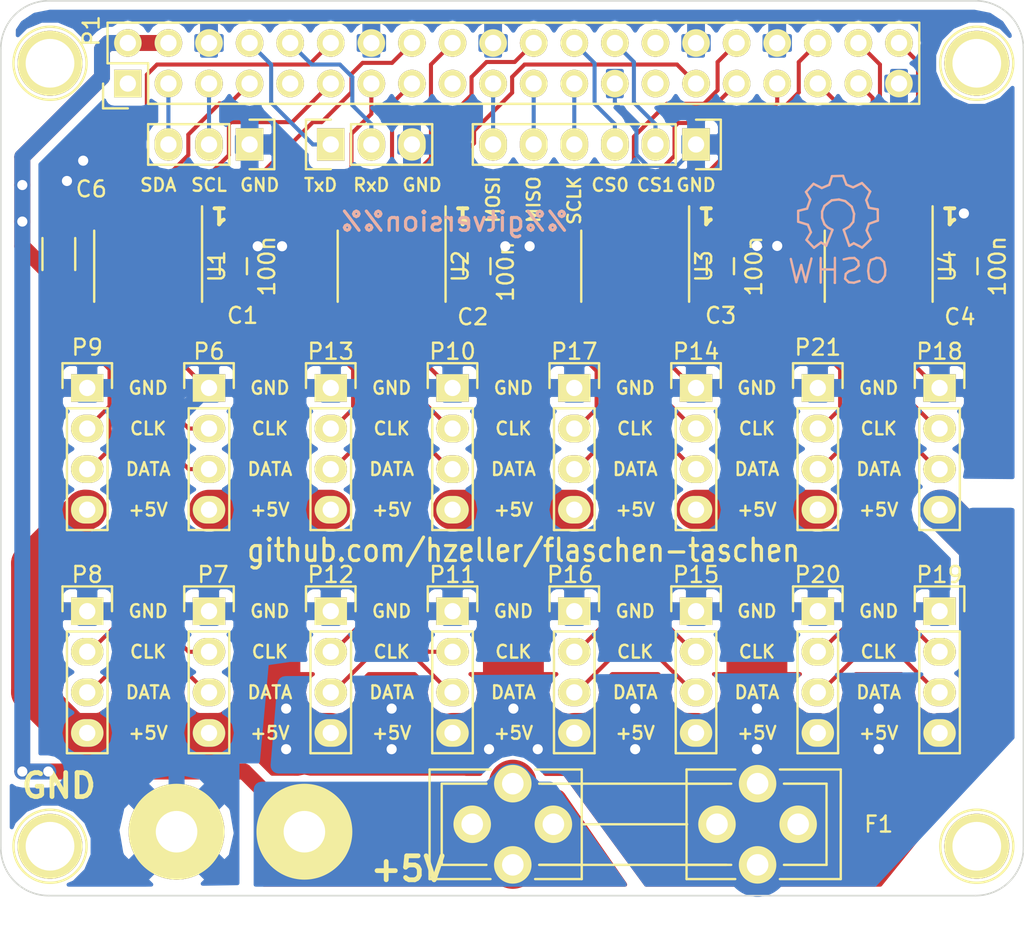
<source format=kicad_pcb>
(kicad_pcb (version 4) (host pcbnew "(2016-02-20 BZR 6576, Git d7e2ffe)-product")
  (layers (0 F.Cu signal) (31 B.Cu signal) (34 B.Paste user) (35 F.Paste user) (36 B.SilkS user) (37 F.SilkS user) (38 B.Mask user) (39 F.Mask user) (44 Edge.Cuts user))
  (net 0 "")
  (net 1 VCC)
  (net 2 GND)
  (net 3 clock)
  (net 4 "Net-(P1-Pad10)")
  (net 5 "Net-(P1-Pad3)")
  (net 6 "Net-(P1-Pad5)")
  (net 7 D1)
  (net 8 D2)
  (net 9 D3)
  (net 10 D5)
  (net 11 D4)
  (net 12 D6)
  (net 13 D7)
  (net 14 D9)
  (net 15 D8)
  (net 16 D11)
  (net 17 D10)
  (net 18 D12)
  (net 19 D13)
  (net 20 D15)
  (net 21 D14)
  (net 22 D16)
  (net 23 "Net-(P6-Pad2)")
  (net 24 "Net-(P6-Pad3)")
  (net 25 "Net-(P7-Pad2)")
  (net 26 "Net-(P7-Pad3)")
  (net 27 "Net-(P8-Pad2)")
  (net 28 "Net-(P8-Pad3)")
  (net 29 "Net-(P9-Pad2)")
  (net 30 "Net-(P9-Pad3)")
  (net 31 "Net-(P10-Pad2)")
  (net 32 "Net-(P10-Pad3)")
  (net 33 "Net-(P11-Pad2)")
  (net 34 "Net-(P11-Pad3)")
  (net 35 "Net-(P12-Pad2)")
  (net 36 "Net-(P12-Pad3)")
  (net 37 "Net-(P13-Pad2)")
  (net 38 "Net-(P13-Pad3)")
  (net 39 "Net-(P14-Pad2)")
  (net 40 "Net-(P14-Pad3)")
  (net 41 "Net-(P15-Pad2)")
  (net 42 "Net-(P15-Pad3)")
  (net 43 "Net-(P16-Pad2)")
  (net 44 "Net-(P16-Pad3)")
  (net 45 "Net-(P17-Pad2)")
  (net 46 "Net-(P17-Pad3)")
  (net 47 "Net-(P18-Pad2)")
  (net 48 "Net-(P18-Pad3)")
  (net 49 "Net-(P19-Pad2)")
  (net 50 "Net-(P19-Pad3)")
  (net 51 "Net-(P20-Pad2)")
  (net 52 "Net-(P20-Pad3)")
  (net 53 "Net-(P21-Pad2)")
  (net 54 "Net-(P21-Pad3)")
  (net 55 Fused5V)
  (net 56 CS0)
  (net 57 CS1)
  (net 58 /MOSI)
  (net 59 /MISO)
  (net 60 /SCLK)
  (net 61 "Net-(P1-Pad8)")
  (module Connect:1pin (layer F.Cu) (at 161.08 90.91)
    (fp_text reference P103 hide)
    (fp_text value CONN_01X01 hide)
    (pad 1 thru_hole circle (at 0 0) (size 4.064 4.064) (drill 3.048) (layers *.Cu *.Mask F.SilkS))
  )
  (module Connect:1pin (layer F.Cu) (at 103.08 90.91)
    (fp_text reference P100 hide)
    (fp_text value CONN_01X01 hide)
    (pad 1 thru_hole circle (at 0 0) (size 4.064 4.064) (drill 3.048) (layers *.Cu *.Mask F.SilkS))
  )
  (module Capacitors_SMD:C_0805_HandSoldering (layer F.Cu) (at 114.554 54.61 90)
    (fp_text reference C1 (at -3.088 0.578 180) (layer F.SilkS))
    (fp_text value 100n (at 0 2.1 90) (layer F.SilkS))
    (pad 1 smd rect (at -1.25 0 90) (size 1.5 1.25) (layers F.Cu F.Paste F.Mask) (net 1 VCC))
    (pad 2 smd rect (at 1.25 0 90) (size 1.5 1.25) (layers F.Cu F.Paste F.Mask) (net 2 GND))
  )
  (module Capacitors_SMD:C_0805_HandSoldering (layer F.Cu) (at 129.794 54.61 90)
    (fp_text reference C2 (at -3.175 -0.254 180) (layer F.SilkS))
    (fp_text value 100n (at -0.338 1.798 90) (layer F.SilkS))
    (pad 1 smd rect (at -1.25 0 90) (size 1.5 1.25) (layers F.Cu F.Paste F.Mask) (net 1 VCC))
    (pad 2 smd rect (at 1.25 0 90) (size 1.5 1.25) (layers F.Cu F.Paste F.Mask) (net 2 GND))
  )
  (module Capacitors_SMD:C_0805_HandSoldering (layer F.Cu) (at 145.034 54.61 90)
    (fp_text reference C3 (at -3.088 0.018 180) (layer F.SilkS))
    (fp_text value 100n (at 0 2.1 90) (layer F.SilkS))
    (pad 1 smd rect (at -1.25 0 90) (size 1.5 1.25) (layers F.Cu F.Paste F.Mask) (net 1 VCC))
    (pad 2 smd rect (at 1.25 0 90) (size 1.5 1.25) (layers F.Cu F.Paste F.Mask) (net 2 GND))
  )
  (module Capacitors_SMD:C_0805_HandSoldering (layer F.Cu) (at 160.274 54.61 90)
    (fp_text reference C4 (at -3.175 -0.254 180) (layer F.SilkS))
    (fp_text value 100n (at 0 2.1 90) (layer F.SilkS))
    (pad 1 smd rect (at -1.25 0 90) (size 1.5 1.25) (layers F.Cu F.Paste F.Mask) (net 1 VCC))
    (pad 2 smd rect (at 1.25 0 90) (size 1.5 1.25) (layers F.Cu F.Paste F.Mask) (net 2 GND))
  )
  (module Pin_Headers:Pin_Header_Straight_2x20 (layer F.Cu) (at 107.95 43.18 90)
    (fp_text reference P1 (at 3.302 -2.286 90) (layer F.SilkS))
    (fp_text value CONN_02X20 hide)
    (pad 1 thru_hole rect (at 0 0 90) (size 1.7272 1.7272) (drill 1.016) (layers *.Cu *.Mask F.SilkS))
    (pad 2 thru_hole oval (at 2.54 0 90) (size 1.7272 1.7272) (drill 1.016) (layers *.Cu *.Mask F.SilkS) (net 1 VCC))
    (pad 3 thru_hole oval (at 0 2.54 90) (size 1.7272 1.7272) (drill 1.016) (layers *.Cu *.Mask F.SilkS) (net 5 "Net-(P1-Pad3)"))
    (pad 4 thru_hole oval (at 2.54 2.54 90) (size 1.7272 1.7272) (drill 1.016) (layers *.Cu *.Mask F.SilkS) (net 1 VCC))
    (pad 5 thru_hole oval (at 0 5.08 90) (size 1.7272 1.7272) (drill 1.016) (layers *.Cu *.Mask F.SilkS) (net 6 "Net-(P1-Pad5)"))
    (pad 6 thru_hole oval (at 2.54 5.08 90) (size 1.7272 1.7272) (drill 1.016) (layers *.Cu *.Mask F.SilkS) (net 2 GND))
    (pad 7 thru_hole oval (at 0 7.62 90) (size 1.7272 1.7272) (drill 1.016) (layers *.Cu *.Mask F.SilkS) (net 8 D2))
    (pad 8 thru_hole oval (at 2.54 7.62 90) (size 1.7272 1.7272) (drill 1.016) (layers *.Cu *.Mask F.SilkS) (net 61 "Net-(P1-Pad8)"))
    (pad 9 thru_hole oval (at 0 10.16 90) (size 1.7272 1.7272) (drill 1.016) (layers *.Cu *.Mask F.SilkS))
    (pad 10 thru_hole oval (at 2.54 10.16 90) (size 1.7272 1.7272) (drill 1.016) (layers *.Cu *.Mask F.SilkS) (net 4 "Net-(P1-Pad10)"))
    (pad 11 thru_hole oval (at 0 12.7 90) (size 1.7272 1.7272) (drill 1.016) (layers *.Cu *.Mask F.SilkS) (net 9 D3))
    (pad 12 thru_hole oval (at 2.54 12.7 90) (size 1.7272 1.7272) (drill 1.016) (layers *.Cu *.Mask F.SilkS) (net 7 D1))
    (pad 13 thru_hole oval (at 0 15.24 90) (size 1.7272 1.7272) (drill 1.016) (layers *.Cu *.Mask F.SilkS) (net 3 clock))
    (pad 14 thru_hole oval (at 2.54 15.24 90) (size 1.7272 1.7272) (drill 1.016) (layers *.Cu *.Mask F.SilkS) (net 2 GND))
    (pad 15 thru_hole oval (at 0 17.78 90) (size 1.7272 1.7272) (drill 1.016) (layers *.Cu *.Mask F.SilkS) (net 10 D5))
    (pad 16 thru_hole oval (at 2.54 17.78 90) (size 1.7272 1.7272) (drill 1.016) (layers *.Cu *.Mask F.SilkS) (net 11 D4))
    (pad 17 thru_hole oval (at 0 20.32 90) (size 1.7272 1.7272) (drill 1.016) (layers *.Cu *.Mask F.SilkS))
    (pad 18 thru_hole oval (at 2.54 20.32 90) (size 1.7272 1.7272) (drill 1.016) (layers *.Cu *.Mask F.SilkS) (net 12 D6))
    (pad 19 thru_hole oval (at 0 22.86 90) (size 1.7272 1.7272) (drill 1.016) (layers *.Cu *.Mask F.SilkS) (net 58 /MOSI))
    (pad 20 thru_hole oval (at 2.54 22.86 90) (size 1.7272 1.7272) (drill 1.016) (layers *.Cu *.Mask F.SilkS) (net 2 GND))
    (pad 21 thru_hole oval (at 0 25.4 90) (size 1.7272 1.7272) (drill 1.016) (layers *.Cu *.Mask F.SilkS) (net 59 /MISO))
    (pad 22 thru_hole oval (at 2.54 25.4 90) (size 1.7272 1.7272) (drill 1.016) (layers *.Cu *.Mask F.SilkS) (net 13 D7))
    (pad 23 thru_hole oval (at 0 27.94 90) (size 1.7272 1.7272) (drill 1.016) (layers *.Cu *.Mask F.SilkS) (net 60 /SCLK))
    (pad 24 thru_hole oval (at 2.54 27.94 90) (size 1.7272 1.7272) (drill 1.016) (layers *.Cu *.Mask F.SilkS) (net 56 CS0))
    (pad 25 thru_hole oval (at 0 30.48 90) (size 1.7272 1.7272) (drill 1.016) (layers *.Cu *.Mask F.SilkS) (net 2 GND))
    (pad 26 thru_hole oval (at 2.54 30.48 90) (size 1.7272 1.7272) (drill 1.016) (layers *.Cu *.Mask F.SilkS) (net 57 CS1))
    (pad 27 thru_hole oval (at 0 33.02 90) (size 1.7272 1.7272) (drill 1.016) (layers *.Cu *.Mask F.SilkS))
    (pad 28 thru_hole oval (at 2.54 33.02 90) (size 1.7272 1.7272) (drill 1.016) (layers *.Cu *.Mask F.SilkS))
    (pad 29 thru_hole oval (at 0 35.56 90) (size 1.7272 1.7272) (drill 1.016) (layers *.Cu *.Mask F.SilkS) (net 15 D8))
    (pad 30 thru_hole oval (at 2.54 35.56 90) (size 1.7272 1.7272) (drill 1.016) (layers *.Cu *.Mask F.SilkS) (net 2 GND))
    (pad 31 thru_hole oval (at 0 38.1 90) (size 1.7272 1.7272) (drill 1.016) (layers *.Cu *.Mask F.SilkS) (net 17 D10))
    (pad 32 thru_hole oval (at 2.54 38.1 90) (size 1.7272 1.7272) (drill 1.016) (layers *.Cu *.Mask F.SilkS) (net 14 D9))
    (pad 33 thru_hole oval (at 0 40.64 90) (size 1.7272 1.7272) (drill 1.016) (layers *.Cu *.Mask F.SilkS) (net 16 D11))
    (pad 34 thru_hole oval (at 2.54 40.64 90) (size 1.7272 1.7272) (drill 1.016) (layers *.Cu *.Mask F.SilkS) (net 2 GND))
    (pad 35 thru_hole oval (at 0 43.18 90) (size 1.7272 1.7272) (drill 1.016) (layers *.Cu *.Mask F.SilkS) (net 19 D13))
    (pad 36 thru_hole oval (at 2.54 43.18 90) (size 1.7272 1.7272) (drill 1.016) (layers *.Cu *.Mask F.SilkS) (net 18 D12))
    (pad 37 thru_hole oval (at 0 45.72 90) (size 1.7272 1.7272) (drill 1.016) (layers *.Cu *.Mask F.SilkS) (net 21 D14))
    (pad 38 thru_hole oval (at 2.54 45.72 90) (size 1.7272 1.7272) (drill 1.016) (layers *.Cu *.Mask F.SilkS) (net 20 D15))
    (pad 39 thru_hole oval (at 0 48.26 90) (size 1.7272 1.7272) (drill 1.016) (layers *.Cu *.Mask F.SilkS) (net 2 GND))
    (pad 40 thru_hole oval (at 2.54 48.26 90) (size 1.7272 1.7272) (drill 1.016) (layers *.Cu *.Mask F.SilkS) (net 22 D16))
  )
  (module Connect:1pin (layer F.Cu) (at 103.08 41.91)
    (fp_text reference P100 hide)
    (fp_text value CONN_01X01 hide)
    (pad 1 thru_hole circle (at 0 0) (size 4.064 4.064) (drill 3.048) (layers *.Cu *.Mask F.SilkS))
  )
  (module Connect:1pin (layer F.Cu) (at 161.08 41.91)
    (fp_text reference P101 hide)
    (fp_text value CONN_01X01 hide)
    (pad 1 thru_hole circle (at 0 0) (size 4.064 4.064) (drill 3.048) (layers *.Cu *.Mask F.SilkS))
  )
  (module Capacitors_SMD:C_1206_HandSoldering (layer F.Cu) (at 103.632 53.848 90)
    (fp_text reference C6 (at 4.064 2.032 180) (layer F.SilkS))
    (fp_text value 22u)
    (pad 1 smd rect (at -2 0 90) (size 2 1.6) (layers F.Cu F.Paste F.Mask) (net 1 VCC))
    (pad 2 smd rect (at 2 0 90) (size 2 1.6) (layers F.Cu F.Paste F.Mask) (net 2 GND))
  )
  (module Pin_Headers:Pin_Header_Straight_1x01 (layer F.Cu) (at 119 90 90)
    (fp_text reference P2 hide)
    (fp_text value +5V)
    (pad 1 thru_hole oval (at 0 0 90) (size 6 6) (drill 2.6) (layers *.Cu *.Mask F.SilkS) (net 1 VCC))
  )
  (module Pin_Headers:Pin_Header_Straight_1x01 (layer F.Cu) (at 111 90 90)
    (fp_text reference P4 hide)
    (fp_text value GND)
    (pad 1 thru_hole circle (at 0 0 90) (size 6 6) (drill 2.6) (layers *.Cu *.Mask F.SilkS) (net 2 GND))
  )
  (module Symbols:Symbol_OSHW-Logo_SilkScreen (layer B.Cu) (at 152.4 51.435 180)
    (fp_text reference REF** hide)
    (fp_text value Symbol_OSHW-Logo_SilkScreen hide)
  )
  (module Pin_Headers:Pin_Header_Straight_1x03 (layer F.Cu) (at 115.57 46.99 270)
    (fp_text reference P3 (at 0 -5.1 270) (layer F.SilkS))
    (fp_text value CONN_01X03)
    (pad 1 thru_hole rect (at 0 0 270) (size 2.032 1.7272) (drill 1.016) (layers *.Cu *.Mask F.SilkS) (net 2 GND))
    (pad 2 thru_hole oval (at 0 2.54 270) (size 2.032 1.7272) (drill 1.016) (layers *.Cu *.Mask F.SilkS) (net 6 "Net-(P1-Pad5)"))
    (pad 3 thru_hole oval (at 0 5.08 270) (size 2.032 1.7272) (drill 1.016) (layers *.Cu *.Mask F.SilkS) (net 5 "Net-(P1-Pad3)"))
  )
  (module Pin_Headers:Pin_Header_Straight_1x03 (layer F.Cu) (at 120.65 46.99 90)
    (fp_text reference P5 (at 0 -5.1 90) (layer F.SilkS))
    (fp_text value CONN_01X03)
    (pad 1 thru_hole rect (at 0 0 90) (size 2.032 1.7272) (drill 1.016) (layers *.Cu *.Mask F.SilkS) (net 61 "Net-(P1-Pad8)"))
    (pad 2 thru_hole oval (at 0 2.54 90) (size 2.032 1.7272) (drill 1.016) (layers *.Cu *.Mask F.SilkS) (net 4 "Net-(P1-Pad10)"))
    (pad 3 thru_hole oval (at 0 5.08 90) (size 2.032 1.7272) (drill 1.016) (layers *.Cu *.Mask F.SilkS) (net 2 GND))
  )
  (module Pin_Headers:Pin_Header_Straight_1x04 (layer F.Cu) (at 113.03 62.23)
    (fp_text reference P6 (at 0 -2.286) (layer F.SilkS))
    (fp_text value CONN_01X04)
    (pad 1 thru_hole rect (at 0 0) (size 2.032 1.7272) (drill 1.016) (layers *.Cu *.Mask F.SilkS) (net 2 GND))
    (pad 2 thru_hole oval (at 0 2.54) (size 2.032 1.7272) (drill 1.016) (layers *.Cu *.Mask F.SilkS) (net 23 "Net-(P6-Pad2)"))
    (pad 3 thru_hole oval (at 0 5.08) (size 2.032 1.7272) (drill 1.016) (layers *.Cu *.Mask F.SilkS) (net 24 "Net-(P6-Pad3)"))
    (pad 4 thru_hole oval (at 0 7.62) (size 2.032 1.7272) (drill 1.016) (layers *.Cu *.Mask F.SilkS) (net 55 Fused5V))
  )
  (module Pin_Headers:Pin_Header_Straight_1x04 (layer F.Cu) (at 113.03 76.2)
    (fp_text reference P7 (at 0.254 -2.286) (layer F.SilkS))
    (fp_text value CONN_01X04)
    (pad 1 thru_hole rect (at 0 0) (size 2.032 1.7272) (drill 1.016) (layers *.Cu *.Mask F.SilkS) (net 2 GND))
    (pad 2 thru_hole oval (at 0 2.54) (size 2.032 1.7272) (drill 1.016) (layers *.Cu *.Mask F.SilkS) (net 25 "Net-(P7-Pad2)"))
    (pad 3 thru_hole oval (at 0 5.08) (size 2.032 1.7272) (drill 1.016) (layers *.Cu *.Mask F.SilkS) (net 26 "Net-(P7-Pad3)"))
    (pad 4 thru_hole oval (at 0 7.62) (size 2.032 1.7272) (drill 1.016) (layers *.Cu *.Mask F.SilkS) (net 55 Fused5V))
  )
  (module Pin_Headers:Pin_Header_Straight_1x04 (layer F.Cu) (at 105.41 76.2)
    (fp_text reference P8 (at 0 -2.286) (layer F.SilkS))
    (fp_text value CONN_01X04)
    (pad 1 thru_hole rect (at 0 0) (size 2.032 1.7272) (drill 1.016) (layers *.Cu *.Mask F.SilkS) (net 2 GND))
    (pad 2 thru_hole oval (at 0 2.54) (size 2.032 1.7272) (drill 1.016) (layers *.Cu *.Mask F.SilkS) (net 27 "Net-(P8-Pad2)"))
    (pad 3 thru_hole oval (at 0 5.08) (size 2.032 1.7272) (drill 1.016) (layers *.Cu *.Mask F.SilkS) (net 28 "Net-(P8-Pad3)"))
    (pad 4 thru_hole oval (at 0 7.62) (size 2.032 1.7272) (drill 1.016) (layers *.Cu *.Mask F.SilkS) (net 55 Fused5V))
  )
  (module Pin_Headers:Pin_Header_Straight_1x04 (layer F.Cu) (at 105.41 62.23)
    (fp_text reference P9 (at 0 -2.54) (layer F.SilkS))
    (fp_text value CONN_01X04)
    (pad 1 thru_hole rect (at 0 0) (size 2.032 1.7272) (drill 1.016) (layers *.Cu *.Mask F.SilkS) (net 2 GND))
    (pad 2 thru_hole oval (at 0 2.54) (size 2.032 1.7272) (drill 1.016) (layers *.Cu *.Mask F.SilkS) (net 29 "Net-(P9-Pad2)"))
    (pad 3 thru_hole oval (at 0 5.08) (size 2.032 1.7272) (drill 1.016) (layers *.Cu *.Mask F.SilkS) (net 30 "Net-(P9-Pad3)"))
    (pad 4 thru_hole oval (at 0 7.62) (size 2.032 1.7272) (drill 1.016) (layers *.Cu *.Mask F.SilkS) (net 55 Fused5V))
  )
  (module Pin_Headers:Pin_Header_Straight_1x04 (layer F.Cu) (at 128.27 62.23)
    (fp_text reference P10 (at 0 -2.286) (layer F.SilkS))
    (fp_text value CONN_01X04)
    (pad 1 thru_hole rect (at 0 0) (size 2.032 1.7272) (drill 1.016) (layers *.Cu *.Mask F.SilkS) (net 2 GND))
    (pad 2 thru_hole oval (at 0 2.54) (size 2.032 1.7272) (drill 1.016) (layers *.Cu *.Mask F.SilkS) (net 31 "Net-(P10-Pad2)"))
    (pad 3 thru_hole oval (at 0 5.08) (size 2.032 1.7272) (drill 1.016) (layers *.Cu *.Mask F.SilkS) (net 32 "Net-(P10-Pad3)"))
    (pad 4 thru_hole oval (at 0 7.62) (size 2.032 1.7272) (drill 1.016) (layers *.Cu *.Mask F.SilkS) (net 55 Fused5V))
  )
  (module Pin_Headers:Pin_Header_Straight_1x04 (layer F.Cu) (at 128.27 76.2)
    (fp_text reference P11 (at 0 -2.286) (layer F.SilkS))
    (fp_text value CONN_01X04)
    (pad 1 thru_hole rect (at 0 0) (size 2.032 1.7272) (drill 1.016) (layers *.Cu *.Mask F.SilkS) (net 2 GND))
    (pad 2 thru_hole oval (at 0 2.54) (size 2.032 1.7272) (drill 1.016) (layers *.Cu *.Mask F.SilkS) (net 33 "Net-(P11-Pad2)"))
    (pad 3 thru_hole oval (at 0 5.08) (size 2.032 1.7272) (drill 1.016) (layers *.Cu *.Mask F.SilkS) (net 34 "Net-(P11-Pad3)"))
    (pad 4 thru_hole oval (at 0 7.62) (size 2.032 1.7272) (drill 1.016) (layers *.Cu *.Mask F.SilkS) (net 55 Fused5V))
  )
  (module Pin_Headers:Pin_Header_Straight_1x04 (layer F.Cu) (at 120.65 76.2)
    (fp_text reference P12 (at 0 -2.286) (layer F.SilkS))
    (fp_text value CONN_01X04)
    (pad 1 thru_hole rect (at 0 0) (size 2.032 1.7272) (drill 1.016) (layers *.Cu *.Mask F.SilkS) (net 2 GND))
    (pad 2 thru_hole oval (at 0 2.54) (size 2.032 1.7272) (drill 1.016) (layers *.Cu *.Mask F.SilkS) (net 35 "Net-(P12-Pad2)"))
    (pad 3 thru_hole oval (at 0 5.08) (size 2.032 1.7272) (drill 1.016) (layers *.Cu *.Mask F.SilkS) (net 36 "Net-(P12-Pad3)"))
    (pad 4 thru_hole oval (at 0 7.62) (size 2.032 1.7272) (drill 1.016) (layers *.Cu *.Mask F.SilkS) (net 55 Fused5V))
  )
  (module Pin_Headers:Pin_Header_Straight_1x04 (layer F.Cu) (at 120.65 62.23)
    (fp_text reference P13 (at 0 -2.286) (layer F.SilkS))
    (fp_text value CONN_01X04)
    (pad 1 thru_hole rect (at 0 0) (size 2.032 1.7272) (drill 1.016) (layers *.Cu *.Mask F.SilkS) (net 2 GND))
    (pad 2 thru_hole oval (at 0 2.54) (size 2.032 1.7272) (drill 1.016) (layers *.Cu *.Mask F.SilkS) (net 37 "Net-(P13-Pad2)"))
    (pad 3 thru_hole oval (at 0 5.08) (size 2.032 1.7272) (drill 1.016) (layers *.Cu *.Mask F.SilkS) (net 38 "Net-(P13-Pad3)"))
    (pad 4 thru_hole oval (at 0 7.62) (size 2.032 1.7272) (drill 1.016) (layers *.Cu *.Mask F.SilkS) (net 55 Fused5V))
  )
  (module Pin_Headers:Pin_Header_Straight_1x04 (layer F.Cu) (at 143.51 62.23)
    (fp_text reference P14 (at 0 -2.286) (layer F.SilkS))
    (fp_text value CONN_01X04)
    (pad 1 thru_hole rect (at 0 0) (size 2.032 1.7272) (drill 1.016) (layers *.Cu *.Mask F.SilkS) (net 2 GND))
    (pad 2 thru_hole oval (at 0 2.54) (size 2.032 1.7272) (drill 1.016) (layers *.Cu *.Mask F.SilkS) (net 39 "Net-(P14-Pad2)"))
    (pad 3 thru_hole oval (at 0 5.08) (size 2.032 1.7272) (drill 1.016) (layers *.Cu *.Mask F.SilkS) (net 40 "Net-(P14-Pad3)"))
    (pad 4 thru_hole oval (at 0 7.62) (size 2.032 1.7272) (drill 1.016) (layers *.Cu *.Mask F.SilkS) (net 55 Fused5V))
  )
  (module Pin_Headers:Pin_Header_Straight_1x04 (layer F.Cu) (at 143.51 76.2)
    (fp_text reference P15 (at 0 -2.286) (layer F.SilkS))
    (fp_text value CONN_01X04)
    (pad 1 thru_hole rect (at 0 0) (size 2.032 1.7272) (drill 1.016) (layers *.Cu *.Mask F.SilkS) (net 2 GND))
    (pad 2 thru_hole oval (at 0 2.54) (size 2.032 1.7272) (drill 1.016) (layers *.Cu *.Mask F.SilkS) (net 41 "Net-(P15-Pad2)"))
    (pad 3 thru_hole oval (at 0 5.08) (size 2.032 1.7272) (drill 1.016) (layers *.Cu *.Mask F.SilkS) (net 42 "Net-(P15-Pad3)"))
    (pad 4 thru_hole oval (at 0 7.62) (size 2.032 1.7272) (drill 1.016) (layers *.Cu *.Mask F.SilkS) (net 55 Fused5V))
  )
  (module Pin_Headers:Pin_Header_Straight_1x04 (layer F.Cu) (at 135.89 76.2)
    (fp_text reference P16 (at -0.254 -2.286) (layer F.SilkS))
    (fp_text value CONN_01X04)
    (pad 1 thru_hole rect (at 0 0) (size 2.032 1.7272) (drill 1.016) (layers *.Cu *.Mask F.SilkS) (net 2 GND))
    (pad 2 thru_hole oval (at 0 2.54) (size 2.032 1.7272) (drill 1.016) (layers *.Cu *.Mask F.SilkS) (net 43 "Net-(P16-Pad2)"))
    (pad 3 thru_hole oval (at 0 5.08) (size 2.032 1.7272) (drill 1.016) (layers *.Cu *.Mask F.SilkS) (net 44 "Net-(P16-Pad3)"))
    (pad 4 thru_hole oval (at 0 7.62) (size 2.032 1.7272) (drill 1.016) (layers *.Cu *.Mask F.SilkS) (net 55 Fused5V))
  )
  (module Pin_Headers:Pin_Header_Straight_1x04 (layer F.Cu) (at 135.89 62.23)
    (fp_text reference P17 (at 0 -2.286) (layer F.SilkS))
    (fp_text value CONN_01X04)
    (pad 1 thru_hole rect (at 0 0) (size 2.032 1.7272) (drill 1.016) (layers *.Cu *.Mask F.SilkS) (net 2 GND))
    (pad 2 thru_hole oval (at 0 2.54) (size 2.032 1.7272) (drill 1.016) (layers *.Cu *.Mask F.SilkS) (net 45 "Net-(P17-Pad2)"))
    (pad 3 thru_hole oval (at 0 5.08) (size 2.032 1.7272) (drill 1.016) (layers *.Cu *.Mask F.SilkS) (net 46 "Net-(P17-Pad3)"))
    (pad 4 thru_hole oval (at 0 7.62) (size 2.032 1.7272) (drill 1.016) (layers *.Cu *.Mask F.SilkS) (net 55 Fused5V))
  )
  (module Pin_Headers:Pin_Header_Straight_1x04 (layer F.Cu) (at 158.75 62.23)
    (fp_text reference P18 (at 0 -2.286) (layer F.SilkS))
    (fp_text value CONN_01X04)
    (pad 1 thru_hole rect (at 0 0) (size 2.032 1.7272) (drill 1.016) (layers *.Cu *.Mask F.SilkS) (net 2 GND))
    (pad 2 thru_hole oval (at 0 2.54) (size 2.032 1.7272) (drill 1.016) (layers *.Cu *.Mask F.SilkS) (net 47 "Net-(P18-Pad2)"))
    (pad 3 thru_hole oval (at 0 5.08) (size 2.032 1.7272) (drill 1.016) (layers *.Cu *.Mask F.SilkS) (net 48 "Net-(P18-Pad3)"))
    (pad 4 thru_hole oval (at 0 7.62) (size 2.032 1.7272) (drill 1.016) (layers *.Cu *.Mask F.SilkS) (net 55 Fused5V))
  )
  (module Pin_Headers:Pin_Header_Straight_1x04 (layer F.Cu) (at 158.75 76.2)
    (fp_text reference P19 (at 0 -2.286) (layer F.SilkS))
    (fp_text value CONN_01X04)
    (pad 1 thru_hole rect (at 0 0) (size 2.032 1.7272) (drill 1.016) (layers *.Cu *.Mask F.SilkS) (net 2 GND))
    (pad 2 thru_hole oval (at 0 2.54) (size 2.032 1.7272) (drill 1.016) (layers *.Cu *.Mask F.SilkS) (net 49 "Net-(P19-Pad2)"))
    (pad 3 thru_hole oval (at 0 5.08) (size 2.032 1.7272) (drill 1.016) (layers *.Cu *.Mask F.SilkS) (net 50 "Net-(P19-Pad3)"))
    (pad 4 thru_hole oval (at 0 7.62) (size 2.032 1.7272) (drill 1.016) (layers *.Cu *.Mask F.SilkS) (net 55 Fused5V))
  )
  (module Pin_Headers:Pin_Header_Straight_1x04 (layer F.Cu) (at 151.13 76.2)
    (fp_text reference P20 (at 0 -2.286) (layer F.SilkS))
    (fp_text value CONN_01X04)
    (pad 1 thru_hole rect (at 0 0) (size 2.032 1.7272) (drill 1.016) (layers *.Cu *.Mask F.SilkS) (net 2 GND))
    (pad 2 thru_hole oval (at 0 2.54) (size 2.032 1.7272) (drill 1.016) (layers *.Cu *.Mask F.SilkS) (net 51 "Net-(P20-Pad2)"))
    (pad 3 thru_hole oval (at 0 5.08) (size 2.032 1.7272) (drill 1.016) (layers *.Cu *.Mask F.SilkS) (net 52 "Net-(P20-Pad3)"))
    (pad 4 thru_hole oval (at 0 7.62) (size 2.032 1.7272) (drill 1.016) (layers *.Cu *.Mask F.SilkS) (net 55 Fused5V))
  )
  (module Pin_Headers:Pin_Header_Straight_1x04 (layer F.Cu) (at 151.13 62.23)
    (fp_text reference P21 (at 0 -2.54) (layer F.SilkS))
    (fp_text value CONN_01X04)
    (pad 1 thru_hole rect (at 0 0) (size 2.032 1.7272) (drill 1.016) (layers *.Cu *.Mask F.SilkS) (net 2 GND))
    (pad 2 thru_hole oval (at 0 2.54) (size 2.032 1.7272) (drill 1.016) (layers *.Cu *.Mask F.SilkS) (net 53 "Net-(P21-Pad2)"))
    (pad 3 thru_hole oval (at 0 5.08) (size 2.032 1.7272) (drill 1.016) (layers *.Cu *.Mask F.SilkS) (net 54 "Net-(P21-Pad3)"))
    (pad 4 thru_hole oval (at 0 7.62) (size 2.032 1.7272) (drill 1.016) (layers *.Cu *.Mask F.SilkS) (net 55 Fused5V))
  )
  (module Housings_SSOP:TSSOP-20_4.4x6.5mm_Pitch0.65mm (layer F.Cu) (at 109.22 54.61 270)
    (fp_text reference U1 (at 0 -4.3 270) (layer F.SilkS))
    (fp_text value 74HCT245)
    (pad 1 smd rect (at -2.95 -2.925 270) (size 1.45 0.45) (layers F.Cu F.Paste F.Mask) (net 1 VCC))
    (pad 2 smd rect (at -2.95 -2.275 270) (size 1.45 0.45) (layers F.Cu F.Paste F.Mask) (net 3 clock))
    (pad 3 smd rect (at -2.95 -1.625 270) (size 1.45 0.45) (layers F.Cu F.Paste F.Mask) (net 11 D4))
    (pad 4 smd rect (at -2.95 -0.975 270) (size 1.45 0.45) (layers F.Cu F.Paste F.Mask) (net 3 clock))
    (pad 5 smd rect (at -2.95 -0.325 270) (size 1.45 0.45) (layers F.Cu F.Paste F.Mask) (net 9 D3))
    (pad 6 smd rect (at -2.95 0.325 270) (size 1.45 0.45) (layers F.Cu F.Paste F.Mask) (net 8 D2))
    (pad 7 smd rect (at -2.95 0.975 270) (size 1.45 0.45) (layers F.Cu F.Paste F.Mask) (net 3 clock))
    (pad 8 smd rect (at -2.95 1.625 270) (size 1.45 0.45) (layers F.Cu F.Paste F.Mask) (net 7 D1))
    (pad 9 smd rect (at -2.95 2.275 270) (size 1.45 0.45) (layers F.Cu F.Paste F.Mask) (net 3 clock))
    (pad 10 smd rect (at -2.95 2.925 270) (size 1.45 0.45) (layers F.Cu F.Paste F.Mask) (net 2 GND))
    (pad 11 smd rect (at 2.95 2.925 270) (size 1.45 0.45) (layers F.Cu F.Paste F.Mask) (net 29 "Net-(P9-Pad2)"))
    (pad 12 smd rect (at 2.95 2.275 270) (size 1.45 0.45) (layers F.Cu F.Paste F.Mask) (net 30 "Net-(P9-Pad3)"))
    (pad 13 smd rect (at 2.95 1.625 270) (size 1.45 0.45) (layers F.Cu F.Paste F.Mask) (net 27 "Net-(P8-Pad2)"))
    (pad 14 smd rect (at 2.95 0.975 270) (size 1.45 0.45) (layers F.Cu F.Paste F.Mask) (net 28 "Net-(P8-Pad3)"))
    (pad 15 smd rect (at 2.95 0.325 270) (size 1.45 0.45) (layers F.Cu F.Paste F.Mask) (net 26 "Net-(P7-Pad3)"))
    (pad 16 smd rect (at 2.95 -0.325 270) (size 1.45 0.45) (layers F.Cu F.Paste F.Mask) (net 25 "Net-(P7-Pad2)"))
    (pad 17 smd rect (at 2.95 -0.975 270) (size 1.45 0.45) (layers F.Cu F.Paste F.Mask) (net 24 "Net-(P6-Pad3)"))
    (pad 18 smd rect (at 2.95 -1.625 270) (size 1.45 0.45) (layers F.Cu F.Paste F.Mask) (net 23 "Net-(P6-Pad2)"))
    (pad 19 smd rect (at 2.95 -2.275 270) (size 1.45 0.45) (layers F.Cu F.Paste F.Mask) (net 2 GND))
    (pad 20 smd rect (at 2.95 -2.925 270) (size 1.45 0.45) (layers F.Cu F.Paste F.Mask) (net 1 VCC))
  )
  (module Housings_SSOP:TSSOP-20_4.4x6.5mm_Pitch0.65mm (layer F.Cu) (at 124.46 54.61 270)
    (fp_text reference U2 (at 0 -4.3 270) (layer F.SilkS))
    (fp_text value 74HCT245)
    (pad 1 smd rect (at -2.95 -2.925 270) (size 1.45 0.45) (layers F.Cu F.Paste F.Mask) (net 1 VCC))
    (pad 2 smd rect (at -2.95 -2.275 270) (size 1.45 0.45) (layers F.Cu F.Paste F.Mask) (net 3 clock))
    (pad 3 smd rect (at -2.95 -1.625 270) (size 1.45 0.45) (layers F.Cu F.Paste F.Mask) (net 15 D8))
    (pad 4 smd rect (at -2.95 -0.975 270) (size 1.45 0.45) (layers F.Cu F.Paste F.Mask) (net 3 clock))
    (pad 5 smd rect (at -2.95 -0.325 270) (size 1.45 0.45) (layers F.Cu F.Paste F.Mask) (net 13 D7))
    (pad 6 smd rect (at -2.95 0.325 270) (size 1.45 0.45) (layers F.Cu F.Paste F.Mask) (net 12 D6))
    (pad 7 smd rect (at -2.95 0.975 270) (size 1.45 0.45) (layers F.Cu F.Paste F.Mask) (net 3 clock))
    (pad 8 smd rect (at -2.95 1.625 270) (size 1.45 0.45) (layers F.Cu F.Paste F.Mask) (net 10 D5))
    (pad 9 smd rect (at -2.95 2.275 270) (size 1.45 0.45) (layers F.Cu F.Paste F.Mask) (net 3 clock))
    (pad 10 smd rect (at -2.95 2.925 270) (size 1.45 0.45) (layers F.Cu F.Paste F.Mask) (net 2 GND))
    (pad 11 smd rect (at 2.95 2.925 270) (size 1.45 0.45) (layers F.Cu F.Paste F.Mask) (net 37 "Net-(P13-Pad2)"))
    (pad 12 smd rect (at 2.95 2.275 270) (size 1.45 0.45) (layers F.Cu F.Paste F.Mask) (net 38 "Net-(P13-Pad3)"))
    (pad 13 smd rect (at 2.95 1.625 270) (size 1.45 0.45) (layers F.Cu F.Paste F.Mask) (net 35 "Net-(P12-Pad2)"))
    (pad 14 smd rect (at 2.95 0.975 270) (size 1.45 0.45) (layers F.Cu F.Paste F.Mask) (net 36 "Net-(P12-Pad3)"))
    (pad 15 smd rect (at 2.95 0.325 270) (size 1.45 0.45) (layers F.Cu F.Paste F.Mask) (net 34 "Net-(P11-Pad3)"))
    (pad 16 smd rect (at 2.95 -0.325 270) (size 1.45 0.45) (layers F.Cu F.Paste F.Mask) (net 33 "Net-(P11-Pad2)"))
    (pad 17 smd rect (at 2.95 -0.975 270) (size 1.45 0.45) (layers F.Cu F.Paste F.Mask) (net 32 "Net-(P10-Pad3)"))
    (pad 18 smd rect (at 2.95 -1.625 270) (size 1.45 0.45) (layers F.Cu F.Paste F.Mask) (net 31 "Net-(P10-Pad2)"))
    (pad 19 smd rect (at 2.95 -2.275 270) (size 1.45 0.45) (layers F.Cu F.Paste F.Mask) (net 2 GND))
    (pad 20 smd rect (at 2.95 -2.925 270) (size 1.45 0.45) (layers F.Cu F.Paste F.Mask) (net 1 VCC))
  )
  (module Housings_SSOP:TSSOP-20_4.4x6.5mm_Pitch0.65mm (layer F.Cu) (at 139.7 54.61 270)
    (fp_text reference U3 (at 0 -4.3 270) (layer F.SilkS))
    (fp_text value 74HCT245)
    (pad 1 smd rect (at -2.95 -2.925 270) (size 1.45 0.45) (layers F.Cu F.Paste F.Mask) (net 1 VCC))
    (pad 2 smd rect (at -2.95 -2.275 270) (size 1.45 0.45) (layers F.Cu F.Paste F.Mask) (net 3 clock))
    (pad 3 smd rect (at -2.95 -1.625 270) (size 1.45 0.45) (layers F.Cu F.Paste F.Mask) (net 18 D12))
    (pad 4 smd rect (at -2.95 -0.975 270) (size 1.45 0.45) (layers F.Cu F.Paste F.Mask) (net 3 clock))
    (pad 5 smd rect (at -2.95 -0.325 270) (size 1.45 0.45) (layers F.Cu F.Paste F.Mask) (net 16 D11))
    (pad 6 smd rect (at -2.95 0.325 270) (size 1.45 0.45) (layers F.Cu F.Paste F.Mask) (net 17 D10))
    (pad 7 smd rect (at -2.95 0.975 270) (size 1.45 0.45) (layers F.Cu F.Paste F.Mask) (net 3 clock))
    (pad 8 smd rect (at -2.95 1.625 270) (size 1.45 0.45) (layers F.Cu F.Paste F.Mask) (net 14 D9))
    (pad 9 smd rect (at -2.95 2.275 270) (size 1.45 0.45) (layers F.Cu F.Paste F.Mask) (net 3 clock))
    (pad 10 smd rect (at -2.95 2.925 270) (size 1.45 0.45) (layers F.Cu F.Paste F.Mask) (net 2 GND))
    (pad 11 smd rect (at 2.95 2.925 270) (size 1.45 0.45) (layers F.Cu F.Paste F.Mask) (net 45 "Net-(P17-Pad2)"))
    (pad 12 smd rect (at 2.95 2.275 270) (size 1.45 0.45) (layers F.Cu F.Paste F.Mask) (net 46 "Net-(P17-Pad3)"))
    (pad 13 smd rect (at 2.95 1.625 270) (size 1.45 0.45) (layers F.Cu F.Paste F.Mask) (net 43 "Net-(P16-Pad2)"))
    (pad 14 smd rect (at 2.95 0.975 270) (size 1.45 0.45) (layers F.Cu F.Paste F.Mask) (net 44 "Net-(P16-Pad3)"))
    (pad 15 smd rect (at 2.95 0.325 270) (size 1.45 0.45) (layers F.Cu F.Paste F.Mask) (net 42 "Net-(P15-Pad3)"))
    (pad 16 smd rect (at 2.95 -0.325 270) (size 1.45 0.45) (layers F.Cu F.Paste F.Mask) (net 41 "Net-(P15-Pad2)"))
    (pad 17 smd rect (at 2.95 -0.975 270) (size 1.45 0.45) (layers F.Cu F.Paste F.Mask) (net 40 "Net-(P14-Pad3)"))
    (pad 18 smd rect (at 2.95 -1.625 270) (size 1.45 0.45) (layers F.Cu F.Paste F.Mask) (net 39 "Net-(P14-Pad2)"))
    (pad 19 smd rect (at 2.95 -2.275 270) (size 1.45 0.45) (layers F.Cu F.Paste F.Mask) (net 2 GND))
    (pad 20 smd rect (at 2.95 -2.925 270) (size 1.45 0.45) (layers F.Cu F.Paste F.Mask) (net 1 VCC))
  )
  (module Housings_SSOP:TSSOP-20_4.4x6.5mm_Pitch0.65mm (layer F.Cu) (at 154.94 54.61 270)
    (fp_text reference U4 (at 0 -4.3 270) (layer F.SilkS))
    (fp_text value 74HCT245)
    (pad 1 smd rect (at -2.95 -2.925 270) (size 1.45 0.45) (layers F.Cu F.Paste F.Mask) (net 1 VCC))
    (pad 2 smd rect (at -2.95 -2.275 270) (size 1.45 0.45) (layers F.Cu F.Paste F.Mask) (net 3 clock))
    (pad 3 smd rect (at -2.95 -1.625 270) (size 1.45 0.45) (layers F.Cu F.Paste F.Mask) (net 22 D16))
    (pad 4 smd rect (at -2.95 -0.975 270) (size 1.45 0.45) (layers F.Cu F.Paste F.Mask) (net 3 clock))
    (pad 5 smd rect (at -2.95 -0.325 270) (size 1.45 0.45) (layers F.Cu F.Paste F.Mask) (net 20 D15))
    (pad 6 smd rect (at -2.95 0.325 270) (size 1.45 0.45) (layers F.Cu F.Paste F.Mask) (net 21 D14))
    (pad 7 smd rect (at -2.95 0.975 270) (size 1.45 0.45) (layers F.Cu F.Paste F.Mask) (net 3 clock))
    (pad 8 smd rect (at -2.95 1.625 270) (size 1.45 0.45) (layers F.Cu F.Paste F.Mask) (net 19 D13))
    (pad 9 smd rect (at -2.95 2.275 270) (size 1.45 0.45) (layers F.Cu F.Paste F.Mask) (net 3 clock))
    (pad 10 smd rect (at -2.95 2.925 270) (size 1.45 0.45) (layers F.Cu F.Paste F.Mask) (net 2 GND))
    (pad 11 smd rect (at 2.95 2.925 270) (size 1.45 0.45) (layers F.Cu F.Paste F.Mask) (net 53 "Net-(P21-Pad2)"))
    (pad 12 smd rect (at 2.95 2.275 270) (size 1.45 0.45) (layers F.Cu F.Paste F.Mask) (net 54 "Net-(P21-Pad3)"))
    (pad 13 smd rect (at 2.95 1.625 270) (size 1.45 0.45) (layers F.Cu F.Paste F.Mask) (net 51 "Net-(P20-Pad2)"))
    (pad 14 smd rect (at 2.95 0.975 270) (size 1.45 0.45) (layers F.Cu F.Paste F.Mask) (net 52 "Net-(P20-Pad3)"))
    (pad 15 smd rect (at 2.95 0.325 270) (size 1.45 0.45) (layers F.Cu F.Paste F.Mask) (net 50 "Net-(P19-Pad3)"))
    (pad 16 smd rect (at 2.95 -0.325 270) (size 1.45 0.45) (layers F.Cu F.Paste F.Mask) (net 49 "Net-(P19-Pad2)"))
    (pad 17 smd rect (at 2.95 -0.975 270) (size 1.45 0.45) (layers F.Cu F.Paste F.Mask) (net 48 "Net-(P18-Pad3)"))
    (pad 18 smd rect (at 2.95 -1.625 270) (size 1.45 0.45) (layers F.Cu F.Paste F.Mask) (net 47 "Net-(P18-Pad2)"))
    (pad 19 smd rect (at 2.95 -2.275 270) (size 1.45 0.45) (layers F.Cu F.Paste F.Mask) (net 2 GND))
    (pad 20 smd rect (at 2.95 -2.925 270) (size 1.45 0.45) (layers F.Cu F.Paste F.Mask) (net 1 VCC))
  )
  (module Fuse_Holders_and_Fuses:Fuseholder5x20_horiz_open_universal_Type-III (layer F.Cu) (at 139.7 89.535)
    (fp_text reference F1 (at 15.24 0) (layer F.SilkS))
    (fp_text value FUSE)
    (pad 2 thru_hole circle (at 5.12064 0) (size 2.3495 2.3495) (drill 1.34874) (layers *.Cu *.Mask F.SilkS) (net 55 Fused5V))
    (pad 2 thru_hole circle (at 10.20064 0) (size 2.3495 2.3495) (drill 1.34874) (layers *.Cu *.Mask F.SilkS) (net 55 Fused5V))
    (pad 1 thru_hole circle (at -5.1181 0) (size 2.3495 2.3495) (drill 1.34874) (layers *.Cu *.Mask F.SilkS) (net 1 VCC))
    (pad 1 thru_hole circle (at -10.1981 0) (size 2.3495 2.3495) (drill 1.34874) (layers *.Cu *.Mask F.SilkS) (net 1 VCC))
    (pad 2 thru_hole circle (at 7.66064 -2.54) (size 2.3495 2.3495) (drill 1.34874) (layers *.Cu *.Mask F.SilkS) (net 55 Fused5V))
    (pad 2 thru_hole circle (at 7.66064 2.54) (size 2.3495 2.3495) (drill 1.34874) (layers *.Cu *.Mask F.SilkS) (net 55 Fused5V))
    (pad 1 thru_hole circle (at -7.6581 -2.54) (size 2.3495 2.3495) (drill 1.34874) (layers *.Cu *.Mask F.SilkS) (net 1 VCC))
    (pad 1 thru_hole circle (at -7.6581 2.54) (size 2.3495 2.3495) (drill 1.34874) (layers *.Cu *.Mask F.SilkS) (net 1 VCC))
  )
  (module Pin_Headers:Pin_Header_Straight_1x06 (layer F.Cu) (at 143.51 46.99 270)
    (fp_text reference P22 hide)
    (fp_text value CONN_01X06)
    (pad 1 thru_hole rect (at 0 0 270) (size 2.032 1.7272) (drill 1.016) (layers *.Cu *.Mask F.SilkS) (net 2 GND))
    (pad 2 thru_hole oval (at 0 2.54 270) (size 2.032 1.7272) (drill 1.016) (layers *.Cu *.Mask F.SilkS) (net 57 CS1))
    (pad 3 thru_hole oval (at 0 5.08 270) (size 2.032 1.7272) (drill 1.016) (layers *.Cu *.Mask F.SilkS) (net 56 CS0))
    (pad 4 thru_hole oval (at 0 7.62 270) (size 2.032 1.7272) (drill 1.016) (layers *.Cu *.Mask F.SilkS) (net 60 /SCLK))
    (pad 5 thru_hole oval (at 0 10.16 270) (size 2.032 1.7272) (drill 1.016) (layers *.Cu *.Mask F.SilkS) (net 59 /MISO))
    (pad 6 thru_hole oval (at 0 12.7 270) (size 2.032 1.7272) (drill 1.016) (layers *.Cu *.Mask F.SilkS) (net 58 /MOSI))
  )
  (gr_arc (start 103 91) (end 103 94) (angle 90) (layer Edge.Cuts) (width 0.1))
  (gr_arc (start 161 91) (end 164 91) (angle 90) (layer Edge.Cuts) (width 0.1))
  (gr_arc (start 161 41) (end 161 38) (angle 90) (layer Edge.Cuts) (width 0.1))
  (gr_arc (start 103 41) (end 100 41) (angle 90) (layer Edge.Cuts) (width 0.1))
  (gr_text CLK (at 139.7 64.77) (layer F.SilkS) (effects (font (size 0.8 0.8))))
  (gr_text DATA (at 139.7 67.31) (layer F.SilkS) (effects (font (size 0.8 0.8))))
  (gr_text +5V (at 139.7 69.85) (layer F.SilkS) (effects (font (size 0.8 0.8))))
  (gr_text GND (at 139.7 62.23) (layer F.SilkS) (effects (font (size 0.8 0.8))))
  (gr_text CLK (at 139.7 78.74) (layer F.SilkS) (effects (font (size 0.8 0.8))))
  (gr_text DATA (at 139.7 81.28) (layer F.SilkS) (effects (font (size 0.8 0.8))))
  (gr_text +5V (at 139.7 83.82) (layer F.SilkS) (effects (font (size 0.8 0.8))))
  (gr_text GND (at 139.7 76.2) (layer F.SilkS) (effects (font (size 0.8 0.8))))
  (gr_text CLK (at 124.46 78.74) (layer F.SilkS) (effects (font (size 0.8 0.8))))
  (gr_text DATA (at 124.46 81.28) (layer F.SilkS) (effects (font (size 0.8 0.8))))
  (gr_text +5V (at 124.46 83.82) (layer F.SilkS) (effects (font (size 0.8 0.8))))
  (gr_text GND (at 124.46 76.2) (layer F.SilkS) (effects (font (size 0.8 0.8))))
  (gr_text CLK (at 109.22 78.74) (layer F.SilkS) (effects (font (size 0.8 0.8))))
  (gr_text DATA (at 109.22 81.28) (layer F.SilkS) (effects (font (size 0.8 0.8))))
  (gr_text +5V (at 109.22 83.82) (layer F.SilkS) (effects (font (size 0.8 0.8))))
  (gr_text GND (at 109.22 76.2) (layer F.SilkS) (effects (font (size 0.8 0.8))))
  (gr_text CLK (at 109.22 64.77) (layer F.SilkS) (effects (font (size 0.8 0.8))))
  (gr_text DATA (at 109.22 67.31) (layer F.SilkS) (effects (font (size 0.8 0.8))))
  (gr_text +5V (at 109.22 69.85) (layer F.SilkS) (effects (font (size 0.8 0.8))))
  (gr_text GND (at 109.22 62.23) (layer F.SilkS) (effects (font (size 0.8 0.8))))
  (gr_text CLK (at 124.46 64.77) (layer F.SilkS) (effects (font (size 0.8 0.8))))
  (gr_text DATA (at 124.46 67.31) (layer F.SilkS) (effects (font (size 0.8 0.8))))
  (gr_text +5V (at 124.46 69.85) (layer F.SilkS) (effects (font (size 0.8 0.8))))
  (gr_text GND (at 124.46 62.23) (layer F.SilkS) (effects (font (size 0.8 0.8))))
  (gr_text CLK (at 154.94 64.77) (layer F.SilkS) (effects (font (size 0.8 0.8))))
  (gr_text DATA (at 154.94 67.31) (layer F.SilkS) (effects (font (size 0.8 0.8))))
  (gr_text +5V (at 154.94 69.85) (layer F.SilkS) (effects (font (size 0.8 0.8))))
  (gr_text GND (at 154.94 62.23) (layer F.SilkS) (effects (font (size 0.8 0.8))))
  (gr_text CLK (at 154.94 78.74) (layer F.SilkS) (effects (font (size 0.8 0.8))))
  (gr_text DATA (at 154.94 81.28) (layer F.SilkS) (effects (font (size 0.8 0.8))))
  (gr_text +5V (at 154.94 83.82) (layer F.SilkS) (effects (font (size 0.8 0.8))))
  (gr_text GND (at 154.94 76.2) (layer F.SilkS) (effects (font (size 0.8 0.8))))
  (gr_text CLK (at 147.32 78.74) (layer F.SilkS) (effects (font (size 0.8 0.8))))
  (gr_text DATA (at 147.32 81.28) (layer F.SilkS) (effects (font (size 0.8 0.8))))
  (gr_text +5V (at 147.32 83.82) (layer F.SilkS) (effects (font (size 0.8 0.8))))
  (gr_text GND (at 147.32 76.2) (layer F.SilkS) (effects (font (size 0.8 0.8))))
  (gr_text CLK (at 147.32 64.77) (layer F.SilkS) (effects (font (size 0.8 0.8))))
  (gr_text DATA (at 147.32 67.31) (layer F.SilkS) (effects (font (size 0.8 0.8))))
  (gr_text +5V (at 147.32 69.85) (layer F.SilkS) (effects (font (size 0.8 0.8))))
  (gr_text GND (at 147.32 62.23) (layer F.SilkS) (effects (font (size 0.8 0.8))))
  (gr_text CLK (at 132.08 64.77) (layer F.SilkS) (effects (font (size 0.8 0.8))))
  (gr_text DATA (at 132.08 67.31) (layer F.SilkS) (effects (font (size 0.8 0.8))))
  (gr_text +5V (at 132.08 69.85) (layer F.SilkS) (effects (font (size 0.8 0.8))))
  (gr_text GND (at 132.08 62.23) (layer F.SilkS) (effects (font (size 0.8 0.8))))
  (gr_text CLK (at 132.08 78.74) (layer F.SilkS) (effects (font (size 0.8 0.8))))
  (gr_text DATA (at 132.08 81.28) (layer F.SilkS) (effects (font (size 0.8 0.8))))
  (gr_text +5V (at 132.08 83.82) (layer F.SilkS) (effects (font (size 0.8 0.8))))
  (gr_text GND (at 132.08 76.2) (layer F.SilkS) (effects (font (size 0.8 0.8))))
  (gr_text CLK (at 116.84 78.74) (layer F.SilkS) (effects (font (size 0.8 0.8))))
  (gr_text DATA (at 116.84 81.28) (layer F.SilkS) (effects (font (size 0.8 0.8))))
  (gr_text +5V (at 116.84 83.82) (layer F.SilkS) (effects (font (size 0.8 0.8))))
  (gr_text GND (at 116.84 76.2) (layer F.SilkS) (effects (font (size 0.8 0.8))))
  (gr_text +5V (at 116.84 69.85) (layer F.SilkS) (effects (font (size 0.8 0.8))))
  (gr_text DATA (at 116.84 67.31) (layer F.SilkS) (effects (font (size 0.8 0.8))))
  (gr_text CLK (at 116.84 64.77) (layer F.SilkS) (effects (font (size 0.8 0.8))))
  (gr_text GND (at 116.84 62.23) (layer F.SilkS) (effects (font (size 0.8 0.8))))
  (gr_text GND (at 144.8308 49.53) (layer F.SilkS) (effects (font (size 0.8 0.8)) (justify right)))
  (gr_text CS1 (at 142.24 49.53) (layer F.SilkS) (effects (font (size 0.8 0.8)) (justify right)))
  (gr_text CS0 (at 139.3952 49.53) (layer F.SilkS) (effects (font (size 0.8 0.8)) (justify right)))
  (gr_text "SCLK\n" (at 135.89 48.895 90) (layer F.SilkS) (effects (font (size 0.8 0.8)) (justify right)))
  (gr_text "MISO\n" (at 133.35 48.895 90) (layer F.SilkS) (effects (font (size 0.8 0.8)) (justify right)))
  (gr_text MOSI (at 130.81 48.895 90) (layer F.SilkS) (effects (font (size 0.8 0.8)) (justify right)))
  (gr_text GND (at 126.365 49.53) (layer F.SilkS) (effects (font (size 0.8 0.8))))
  (gr_text GND (at 116.205 49.53) (layer F.SilkS) (effects (font (size 0.8 0.8))))
  (gr_text SCL (at 113.03 49.53) (layer F.SilkS) (effects (font (size 0.8 0.8))))
  (gr_text SDA (at 109.855 49.53) (layer F.SilkS) (effects (font (size 0.8 0.8))))
  (gr_text RxD (at 123.19 49.53) (layer F.SilkS) (effects (font (size 0.8 0.8))))
  (gr_text TxD (at 120.015 49.53) (layer F.SilkS) (effects (font (size 0.8 0.8))))
  (gr_text "GND\n" (at 103.632 87.122) (layer F.SilkS) (effects (font (size 1.5 1.5) (thickness 0.3))))
  (gr_text +5V (at 125.476 92.329) (layer F.SilkS) (effects (font (size 1.5 1.5) (thickness 0.3))))
  (gr_text 1 (at 113.665 51.435 180) (layer F.SilkS) (effects (font (size 1 1) (thickness 0.25))))
  (gr_text 1 (at 159.385 51.435 180) (layer F.SilkS) (effects (font (size 1 1) (thickness 0.25))))
  (gr_text 1 (at 144.145 51.435 180) (layer F.SilkS) (effects (font (size 1 1) (thickness 0.25))))
  (gr_text %%gitversion%% (at 135.636 51.816) (layer B.SilkS) (effects (font (size 1.2 1.2) (thickness 0.2)) (justify left mirror)))
  (gr_text 1 (at 128.905 51.435 180) (layer F.SilkS) (effects (font (size 1 1) (thickness 0.25))))
  (gr_text github.com/hzeller/flaschen-taschen (at 132.715 72.39) (layer F.SilkS) (effects (font (size 1.4 1.2) (thickness 0.2))))
  (gr_line (start 100 91) (end 100 41) (angle 90) (layer Edge.Cuts) (width 0.1))
  (gr_line (start 103 38) (end 161 38) (angle 90) (layer Edge.Cuts) (width 0.1))
  (gr_line (start 164 41) (end 164 91) (angle 90) (layer Edge.Cuts) (width 0.1))
  (gr_line (start 161 94) (end 103 94) (angle 90) (layer Edge.Cuts) (width 0.1))
  (segment (start 134.5819 89.535) (end 129.5019 89.535) (width 3) (layer B.Cu) (net 1))
  (segment (start 132.0419 86.995) (end 132.0419 92.075) (width 3) (layer F.Cu) (net 1))
  (segment (start 132.0419 86.995) (end 129.5019 89.535) (width 2.5) (layer B.Cu) (net 1))
  (segment (start 134.5819 89.535) (end 132.0419 86.995) (width 2.5) (layer B.Cu) (net 1))
  (segment (start 132.0419 92.075) (end 134.5819 89.535) (width 2.5) (layer B.Cu) (net 1))
  (segment (start 129.5019 89.535) (end 132.0419 92.075) (width 2.5) (layer B.Cu) (net 1))
  (segment (start 132.0419 92.075) (end 129.5019 89.535) (width 2.5) (layer F.Cu) (net 1))
  (segment (start 134.5819 89.535) (end 132.0419 92.075) (width 2.5) (layer F.Cu) (net 1))
  (segment (start 132.0419 86.995) (end 134.5819 89.535) (width 2.5) (layer F.Cu) (net 1))
  (segment (start 129.5019 89.535) (end 132.0419 86.995) (width 2.5) (layer F.Cu) (net 1))
  (segment (start 119 90) (end 129.0369 90) (width 6) (layer B.Cu) (net 1))
  (segment (start 129.0369 90) (end 129.5019 89.535) (width 4) (layer B.Cu) (net 1))
  (segment (start 101.346 53.362) (end 101.346 51.816) (width 1) (layer F.Cu) (net 1))
  (segment (start 101.346 49.53) (end 101.346 51.816) (width 1) (layer F.Cu) (net 1))
  (via (at 101.346 51.816) (size 0.889) (drill 0.635) (layers F.Cu B.Cu) (net 1))
  (segment (start 101.346 49.53) (end 101.346 47.767282) (width 1) (layer F.Cu) (net 1))
  (via (at 101.346 49.53) (size 0.889) (drill 0.635) (layers F.Cu B.Cu) (net 1))
  (segment (start 157.988 55.86) (end 157.865 55.983) (width 0.3048) (layer F.Cu) (net 1))
  (segment (start 157.865 55.983) (end 157.865 57.56) (width 0.3048) (layer F.Cu) (net 1))
  (segment (start 146.659 55.86) (end 157.988 55.86) (width 1) (layer F.Cu) (net 1))
  (segment (start 157.988 55.86) (end 160.274 55.86) (width 1) (layer F.Cu) (net 1))
  (segment (start 157.865 51.66) (end 157.865 55.737) (width 0.3048) (layer F.Cu) (net 1))
  (segment (start 157.865 55.737) (end 157.988 55.86) (width 0.3048) (layer F.Cu) (net 1))
  (segment (start 142.748 55.86) (end 142.625 55.983) (width 0.3048) (layer F.Cu) (net 1))
  (segment (start 142.625 55.983) (end 142.625 57.56) (width 0.3048) (layer F.Cu) (net 1))
  (segment (start 129.794 55.86) (end 142.748 55.86) (width 1) (layer F.Cu) (net 1))
  (segment (start 142.748 55.86) (end 145.034 55.86) (width 1) (layer F.Cu) (net 1))
  (segment (start 142.625 51.66) (end 142.625 55.737) (width 0.3048) (layer F.Cu) (net 1))
  (segment (start 142.625 55.737) (end 142.748 55.86) (width 0.3048) (layer F.Cu) (net 1))
  (segment (start 127.508 55.86) (end 127.385 55.983) (width 0.3048) (layer F.Cu) (net 1))
  (segment (start 127.385 55.983) (end 127.385 57.56) (width 0.3048) (layer F.Cu) (net 1))
  (segment (start 116.179 55.86) (end 127.508 55.86) (width 1) (layer F.Cu) (net 1))
  (segment (start 127.508 55.86) (end 129.794 55.86) (width 1) (layer F.Cu) (net 1))
  (segment (start 127.385 51.66) (end 127.385 55.737) (width 0.3048) (layer F.Cu) (net 1))
  (segment (start 127.385 55.737) (end 127.508 55.86) (width 0.3048) (layer F.Cu) (net 1))
  (segment (start 112.145 51.66) (end 112.145 55.717) (width 0.3048) (layer F.Cu) (net 1))
  (segment (start 112.145 55.717) (end 112.014 55.848) (width 0.3048) (layer F.Cu) (net 1))
  (segment (start 103.632 55.848) (end 112.014 55.848) (width 1) (layer F.Cu) (net 1))
  (segment (start 112.014 55.848) (end 114.542 55.848) (width 1) (layer F.Cu) (net 1))
  (segment (start 112.145 57.56) (end 112.145 55.979) (width 0.3048) (layer F.Cu) (net 1))
  (segment (start 112.145 55.979) (end 112.014 55.848) (width 0.3048) (layer F.Cu) (net 1))
  (segment (start 107.95 40.64) (end 110.49 40.64) (width 1) (layer F.Cu) (net 1))
  (segment (start 106.332399 41.036287) (end 106.728686 40.64) (width 1) (layer F.Cu) (net 1))
  (segment (start 101.346 47.767282) (end 106.332399 42.780883) (width 1) (layer F.Cu) (net 1))
  (segment (start 106.332399 42.780883) (end 106.332399 41.036287) (width 1) (layer F.Cu) (net 1))
  (segment (start 106.728686 40.64) (end 107.95 40.64) (width 1) (layer F.Cu) (net 1))
  (segment (start 103.632 55.848) (end 103.632 55.648) (width 1) (layer F.Cu) (net 1))
  (segment (start 103.632 55.648) (end 101.346 53.362) (width 1) (layer F.Cu) (net 1))
  (segment (start 145.034 55.86) (end 146.659 55.86) (width 1) (layer F.Cu) (net 1))
  (segment (start 114.554 55.86) (end 116.179 55.86) (width 1) (layer F.Cu) (net 1))
  (segment (start 114.542 55.848) (end 114.554 55.86) (width 1) (layer F.Cu) (net 1))
  (segment (start 101.346 86.233) (end 102.9716 86.233) (width 1) (layer B.Cu) (net 1))
  (via (at 102.9716 86.233) (size 0.889) (drill 0.635) (layers F.Cu B.Cu) (net 1))
  (segment (start 101.346 86.233) (end 101.346 47.767282) (width 1) (layer B.Cu) (net 1))
  (segment (start 101.346 47.767282) (end 106.332399 42.780883) (width 1) (layer B.Cu) (net 1))
  (segment (start 106.332399 42.780883) (end 106.332399 41.036287) (width 1) (layer B.Cu) (net 1))
  (segment (start 106.332399 41.036287) (end 106.728686 40.64) (width 1) (layer B.Cu) (net 1))
  (segment (start 106.728686 40.64) (end 107.95 40.64) (width 1) (layer B.Cu) (net 1))
  (segment (start 119 90) (end 115.233 86.233) (width 1) (layer F.Cu) (net 1))
  (segment (start 115.233 86.233) (end 101.346 86.233) (width 1) (layer F.Cu) (net 1))
  (via (at 101.346 86.233) (size 0.889) (drill 0.635) (layers F.Cu B.Cu) (net 1))
  (segment (start 119 90) (end 129.0369 90) (width 6) (layer F.Cu) (net 1))
  (segment (start 138.43 43.18) (end 138.43 44.401314) (width 0.254) (layer B.Cu) (net 2))
  (segment (start 138.43 44.401314) (end 139.77939 45.750704) (width 0.254) (layer B.Cu) (net 2))
  (segment (start 139.77939 45.750704) (end 139.77939 47.635566) (width 0.254) (layer B.Cu) (net 2))
  (segment (start 139.77939 47.635566) (end 140.476834 48.33301) (width 0.254) (layer B.Cu) (net 2))
  (segment (start 142.31939 48.33301) (end 143.51 47.1424) (width 0.254) (layer B.Cu) (net 2))
  (segment (start 140.476834 48.33301) (end 142.31939 48.33301) (width 0.254) (layer B.Cu) (net 2))
  (segment (start 143.51 47.1424) (end 143.51 46.99) (width 0.254) (layer B.Cu) (net 2))
  (segment (start 141.975 60.8474) (end 141.975 57.56) (width 0.254) (layer F.Cu) (net 2))
  (segment (start 109.22 84.455) (end 109.455 84.455) (width 1) (layer B.Cu) (net 2))
  (segment (start 109.455 84.455) (end 111 86) (width 1) (layer B.Cu) (net 2))
  (segment (start 111 86) (end 111 90) (width 1) (layer B.Cu) (net 2))
  (segment (start 109.22 76.2) (end 109.22 84.455) (width 1) (layer B.Cu) (net 2))
  (segment (start 105.41 76.2) (end 109.22 76.2) (width 1) (layer B.Cu) (net 2))
  (segment (start 109.22 76.2) (end 113.03 76.2) (width 1) (layer B.Cu) (net 2))
  (segment (start 113.03 62.23) (end 112.8776 62.23) (width 1) (layer B.Cu) (net 2))
  (segment (start 112.8776 62.23) (end 109.22 65.8876) (width 1) (layer B.Cu) (net 2))
  (segment (start 109.22 65.8876) (end 109.22 76.2) (width 1) (layer B.Cu) (net 2))
  (segment (start 151.13 76.2) (end 158.75 76.2) (width 1) (layer B.Cu) (net 2))
  (segment (start 143.51 76.2) (end 151.13 76.2) (width 1) (layer B.Cu) (net 2))
  (segment (start 135.89 76.2) (end 143.51 76.2) (width 1) (layer B.Cu) (net 2))
  (segment (start 128.27 76.2) (end 135.89 76.2) (width 1) (layer B.Cu) (net 2))
  (segment (start 120.65 76.2) (end 128.27 76.2) (width 1) (layer B.Cu) (net 2))
  (segment (start 113.03 76.2) (end 120.65 76.2) (width 1) (layer B.Cu) (net 2))
  (segment (start 105.41 62.23) (end 113.03 62.23) (width 1) (layer B.Cu) (net 2))
  (segment (start 152.015 51.66) (end 151.794 51.66) (width 0.254) (layer F.Cu) (net 2))
  (segment (start 151.794 51.66) (end 151.685999 51.768001) (width 0.254) (layer F.Cu) (net 2))
  (segment (start 151.13 62.23) (end 158.75 62.23) (width 1) (layer B.Cu) (net 2))
  (segment (start 143.51 62.23) (end 151.13 62.23) (width 1) (layer B.Cu) (net 2))
  (segment (start 135.89 62.23) (end 143.51 62.23) (width 1) (layer B.Cu) (net 2))
  (segment (start 128.27 62.23) (end 135.89 62.23) (width 1) (layer B.Cu) (net 2))
  (segment (start 120.65 62.23) (end 128.27 62.23) (width 1) (layer B.Cu) (net 2))
  (segment (start 113.03 62.23) (end 120.65 62.23) (width 1) (layer B.Cu) (net 2))
  (segment (start 160.274 51.308) (end 160.782 51.308) (width 1) (layer B.Cu) (net 2))
  (segment (start 160.274 53.36) (end 160.274 51.308) (width 1) (layer F.Cu) (net 2))
  (via (at 160.274 51.308) (size 0.889) (drill 0.635) (layers F.Cu B.Cu) (net 2))
  (segment (start 104.14 49.276) (end 104.14 49.022) (width 1) (layer F.Cu) (net 2))
  (segment (start 104.14 49.022) (end 105.156 48.006) (width 1) (layer F.Cu) (net 2))
  (via (at 105.156 48.006) (size 0.889) (drill 0.635) (layers F.Cu B.Cu) (net 2))
  (segment (start 104.902 48.514) (end 105.664 48.514) (width 1) (layer B.Cu) (net 2))
  (segment (start 104.14 49.276) (end 104.902 48.514) (width 1) (layer B.Cu) (net 2))
  (segment (start 103.632 51.848) (end 103.632 49.784) (width 1) (layer F.Cu) (net 2))
  (segment (start 103.632 49.784) (end 104.14 49.276) (width 1) (layer F.Cu) (net 2))
  (via (at 104.14 49.276) (size 0.889) (drill 0.635) (layers F.Cu B.Cu) (net 2))
  (segment (start 147.32 53.34) (end 148.59 53.34) (width 1) (layer F.Cu) (net 2))
  (segment (start 150.114 53.34) (end 151.685999 51.768001) (width 1) (layer F.Cu) (net 2))
  (segment (start 148.59 53.34) (end 150.114 53.34) (width 1) (layer F.Cu) (net 2))
  (via (at 148.59 53.34) (size 0.889) (drill 0.635) (layers F.Cu B.Cu) (net 2))
  (segment (start 146.659 53.36) (end 147.3 53.36) (width 1) (layer F.Cu) (net 2))
  (segment (start 147.3 53.36) (end 147.32 53.34) (width 1) (layer F.Cu) (net 2))
  (via (at 147.32 53.34) (size 0.889) (drill 0.635) (layers F.Cu B.Cu) (net 2))
  (segment (start 133.096 53.36) (end 134.6 53.36) (width 1) (layer F.Cu) (net 2))
  (segment (start 131.572 53.36) (end 133.096 53.36) (width 1) (layer F.Cu) (net 2))
  (via (at 133.096 53.36) (size 0.889) (drill 0.635) (layers F.Cu B.Cu) (net 2))
  (segment (start 129.794 53.36) (end 131.572 53.36) (width 1) (layer F.Cu) (net 2))
  (via (at 131.572 53.36) (size 0.889) (drill 0.635) (layers F.Cu B.Cu) (net 2))
  (via (at 117.602 53.36) (size 0.889) (drill 0.635) (layers F.Cu B.Cu) (net 2))
  (segment (start 119.3052 53.36) (end 117.602 53.36) (width 1) (layer F.Cu) (net 2))
  (segment (start 117.602 53.36) (end 116.078 53.36) (width 1) (layer F.Cu) (net 2))
  (segment (start 114.554 53.36) (end 116.078 53.36) (width 1) (layer F.Cu) (net 2))
  (via (at 116.078 53.36) (size 0.889) (drill 0.635) (layers F.Cu B.Cu) (net 2))
  (segment (start 106.295 51.66) (end 106.074 51.66) (width 0.3048) (layer F.Cu) (net 2))
  (segment (start 106.074 51.66) (end 105.886 51.848) (width 0.3048) (layer F.Cu) (net 2))
  (segment (start 105.886 51.848) (end 105.965999 51.768001) (width 1) (layer F.Cu) (net 2))
  (segment (start 103.632 51.848) (end 105.886 51.848) (width 1) (layer F.Cu) (net 2))
  (segment (start 121.535 51.66) (end 121.158 51.66) (width 0.3048) (layer F.Cu) (net 2))
  (segment (start 120.5952 52.07) (end 120.3412 52.324) (width 0.3048) (layer F.Cu) (net 2))
  (segment (start 121.158 51.66) (end 121.0052 51.66) (width 1) (layer F.Cu) (net 2))
  (segment (start 121.0052 51.66) (end 120.5952 52.07) (width 1) (layer F.Cu) (net 2))
  (segment (start 134.6 53.36) (end 136.3 51.66) (width 1) (layer F.Cu) (net 2))
  (segment (start 136.3 51.66) (end 136.445999 51.66) (width 1) (layer F.Cu) (net 2))
  (segment (start 145.034 53.36) (end 146.659 53.36) (width 1) (layer F.Cu) (net 2))
  (segment (start 136.775 52.16) (end 136.775 51.66) (width 0.3048) (layer F.Cu) (net 2))
  (segment (start 120.3412 52.324) (end 119.3052 53.36) (width 1) (layer F.Cu) (net 2))
  (segment (start 111.495 57.56) (end 111.495 60.8474) (width 0.254) (layer F.Cu) (net 2))
  (segment (start 111.495 60.8474) (end 112.8776 62.23) (width 0.254) (layer F.Cu) (net 2))
  (segment (start 112.8776 62.23) (end 113.03 62.23) (width 0.254) (layer F.Cu) (net 2))
  (segment (start 126.735 57.56) (end 126.735 60.8474) (width 0.254) (layer F.Cu) (net 2))
  (segment (start 126.735 60.8474) (end 128.1176 62.23) (width 0.254) (layer F.Cu) (net 2))
  (segment (start 128.1176 62.23) (end 128.27 62.23) (width 0.254) (layer F.Cu) (net 2))
  (segment (start 141.975 60.8474) (end 143.3576 62.23) (width 0.254) (layer F.Cu) (net 2))
  (segment (start 143.3576 62.23) (end 143.51 62.23) (width 0.254) (layer F.Cu) (net 2))
  (segment (start 157.215 57.56) (end 157.215 60.8474) (width 0.254) (layer F.Cu) (net 2))
  (segment (start 158.5976 62.23) (end 158.75 62.23) (width 0.254) (layer F.Cu) (net 2))
  (segment (start 157.215 60.8474) (end 158.5976 62.23) (width 0.254) (layer F.Cu) (net 2))
  (segment (start 152.665 50.742634) (end 152.665 51.66) (width 0.254) (layer F.Cu) (net 3))
  (segment (start 152.476365 50.553999) (end 152.665 50.742634) (width 0.254) (layer F.Cu) (net 3))
  (segment (start 142.102001 50.553999) (end 152.476365 50.553999) (width 0.254) (layer F.Cu) (net 3))
  (segment (start 141.975 50.681) (end 142.102001 50.553999) (width 0.254) (layer F.Cu) (net 3))
  (segment (start 141.975 51.66) (end 141.975 50.681) (width 0.254) (layer F.Cu) (net 3))
  (segment (start 123.19 43.18) (end 123.19 45.077456) (width 0.254) (layer F.Cu) (net 3))
  (segment (start 123.19 45.077456) (end 121.94539 46.322066) (width 0.254) (layer F.Cu) (net 3))
  (segment (start 121.94539 46.322066) (end 121.94539 50.434588) (width 0.254) (layer F.Cu) (net 3))
  (segment (start 121.94539 50.434588) (end 122.185 50.674198) (width 0.254) (layer F.Cu) (net 3))
  (segment (start 122.185 50.674198) (end 122.185 50.681) (width 0.254) (layer F.Cu) (net 3))
  (segment (start 122.185 50.681) (end 122.185 51.66) (width 0.254) (layer F.Cu) (net 3))
  (segment (start 126.735 51.66) (end 126.735 50.681) (width 0.254) (layer F.Cu) (net 3))
  (segment (start 126.735 50.681) (end 126.862001 50.553999) (width 0.254) (layer F.Cu) (net 3))
  (segment (start 126.862001 50.553999) (end 137.297999 50.553999) (width 0.254) (layer F.Cu) (net 3))
  (segment (start 137.297999 50.553999) (end 137.425 50.681) (width 0.254) (layer F.Cu) (net 3))
  (segment (start 137.425 50.681) (end 137.425 51.66) (width 0.254) (layer F.Cu) (net 3))
  (segment (start 111.495 51.66) (end 111.495 50.681) (width 0.254) (layer F.Cu) (net 3))
  (segment (start 111.495 50.681) (end 111.622001 50.553999) (width 0.254) (layer F.Cu) (net 3))
  (segment (start 111.622001 50.553999) (end 122.064801 50.553999) (width 0.254) (layer F.Cu) (net 3))
  (segment (start 122.064801 50.553999) (end 122.185 50.674198) (width 0.254) (layer F.Cu) (net 3))
  (segment (start 153.493 53.467) (end 153.9748 53.467) (width 0.254) (layer F.Cu) (net 3))
  (segment (start 153.9748 53.467) (end 155.9052 53.467) (width 0.254) (layer F.Cu) (net 3))
  (segment (start 153.965 51.66) (end 153.965 52.639) (width 0.254) (layer F.Cu) (net 3))
  (segment (start 153.965 52.639) (end 153.9748 52.6488) (width 0.254) (layer F.Cu) (net 3))
  (segment (start 153.9748 52.6488) (end 153.9748 53.467) (width 0.254) (layer F.Cu) (net 3))
  (segment (start 155.9052 53.467) (end 156.387 53.467) (width 0.254) (layer F.Cu) (net 3))
  (segment (start 155.915 51.66) (end 155.915 52.639) (width 0.254) (layer F.Cu) (net 3))
  (segment (start 155.915 52.639) (end 155.9052 52.6488) (width 0.254) (layer F.Cu) (net 3))
  (segment (start 155.9052 52.6488) (end 155.9052 53.467) (width 0.254) (layer F.Cu) (net 3))
  (segment (start 156.387 53.467) (end 157.215 52.639) (width 0.254) (layer F.Cu) (net 3))
  (segment (start 157.215 52.639) (end 157.215 51.66) (width 0.254) (layer F.Cu) (net 3))
  (segment (start 152.665 52.639) (end 153.493 53.467) (width 0.254) (layer F.Cu) (net 3))
  (segment (start 152.665 52.639) (end 152.665 51.66) (width 0.254) (layer F.Cu) (net 3))
  (segment (start 138.7348 53.4162) (end 140.6906 53.4162) (width 0.254) (layer F.Cu) (net 3))
  (segment (start 140.6906 53.4162) (end 141.204602 53.4162) (width 0.254) (layer F.Cu) (net 3))
  (segment (start 140.675 51.66) (end 140.675 52.639) (width 0.254) (layer F.Cu) (net 3))
  (segment (start 140.675 52.639) (end 140.6906 52.6546) (width 0.254) (layer F.Cu) (net 3))
  (segment (start 140.6906 52.6546) (end 140.6906 53.4162) (width 0.254) (layer F.Cu) (net 3))
  (segment (start 138.2022 53.4162) (end 138.7348 53.4162) (width 0.254) (layer F.Cu) (net 3))
  (segment (start 138.725 51.66) (end 138.725 53.4064) (width 0.254) (layer F.Cu) (net 3))
  (segment (start 138.725 53.4064) (end 138.7348 53.4162) (width 0.254) (layer F.Cu) (net 3))
  (segment (start 141.204602 53.4162) (end 141.975 52.645802) (width 0.254) (layer F.Cu) (net 3))
  (segment (start 141.975 52.645802) (end 141.975 52.639) (width 0.254) (layer F.Cu) (net 3))
  (segment (start 141.975 52.639) (end 141.975 51.66) (width 0.254) (layer F.Cu) (net 3))
  (segment (start 137.425 52.639) (end 138.2022 53.4162) (width 0.254) (layer F.Cu) (net 3))
  (segment (start 137.425 52.639) (end 137.425 51.66) (width 0.254) (layer F.Cu) (net 3))
  (segment (start 123.4948 53.3654) (end 125.4506 53.3654) (width 0.254) (layer F.Cu) (net 3))
  (segment (start 125.4506 53.3654) (end 126.015402 53.3654) (width 0.254) (layer F.Cu) (net 3))
  (segment (start 125.435 51.66) (end 125.435 53.3498) (width 0.254) (layer F.Cu) (net 3))
  (segment (start 125.435 53.3498) (end 125.4506 53.3654) (width 0.254) (layer F.Cu) (net 3))
  (segment (start 122.9114 53.3654) (end 123.4948 53.3654) (width 0.254) (layer F.Cu) (net 3))
  (segment (start 123.4948 52.6488) (end 123.4948 53.3654) (width 0.254) (layer F.Cu) (net 3))
  (segment (start 123.485 51.66) (end 123.485 52.639) (width 0.254) (layer F.Cu) (net 3))
  (segment (start 123.485 52.639) (end 123.4948 52.6488) (width 0.254) (layer F.Cu) (net 3))
  (segment (start 126.015402 53.3654) (end 126.735 52.645802) (width 0.254) (layer F.Cu) (net 3))
  (segment (start 126.735 52.645802) (end 126.735 52.639) (width 0.254) (layer F.Cu) (net 3))
  (segment (start 126.735 52.639) (end 126.735 51.66) (width 0.254) (layer F.Cu) (net 3))
  (segment (start 122.185 52.639) (end 122.9114 53.3654) (width 0.254) (layer F.Cu) (net 3))
  (segment (start 122.185 51.66) (end 122.185 52.639) (width 0.254) (layer F.Cu) (net 3))
  (segment (start 108.2548 53.34) (end 110.1852 53.34) (width 0.254) (layer F.Cu) (net 3))
  (segment (start 110.195 52.639) (end 110.1852 52.6488) (width 0.254) (layer F.Cu) (net 3))
  (segment (start 110.1852 53.34) (end 110.800802 53.34) (width 0.254) (layer F.Cu) (net 3))
  (segment (start 110.195 51.66) (end 110.195 52.639) (width 0.254) (layer F.Cu) (net 3))
  (segment (start 110.1852 52.6488) (end 110.1852 53.34) (width 0.254) (layer F.Cu) (net 3))
  (segment (start 107.646 53.34) (end 108.2548 53.34) (width 0.254) (layer F.Cu) (net 3))
  (segment (start 108.245 51.66) (end 108.245 53.3302) (width 0.254) (layer F.Cu) (net 3))
  (segment (start 108.245 53.3302) (end 108.2548 53.34) (width 0.254) (layer F.Cu) (net 3))
  (segment (start 110.800802 53.34) (end 111.495 52.645802) (width 0.254) (layer F.Cu) (net 3))
  (segment (start 111.495 52.645802) (end 111.495 52.639) (width 0.254) (layer F.Cu) (net 3))
  (segment (start 111.495 52.639) (end 111.495 51.66) (width 0.254) (layer F.Cu) (net 3))
  (segment (start 106.945 51.66) (end 106.945 52.639) (width 0.254) (layer F.Cu) (net 3))
  (segment (start 106.945 52.639) (end 107.646 53.34) (width 0.254) (layer F.Cu) (net 3))
  (segment (start 118.11 40.64) (end 119.459399 41.989399) (width 0.254) (layer B.Cu) (net 4))
  (segment (start 119.459399 41.989399) (end 121.221489 41.989399) (width 0.254) (layer B.Cu) (net 4))
  (segment (start 123.19 45.72) (end 123.19 46.99) (width 0.254) (layer B.Cu) (net 4))
  (segment (start 121.221489 41.989399) (end 121.999399 42.767309) (width 0.254) (layer B.Cu) (net 4))
  (segment (start 121.999399 42.767309) (end 121.999399 44.529399) (width 0.254) (layer B.Cu) (net 4))
  (segment (start 121.999399 44.529399) (end 123.19 45.72) (width 0.254) (layer B.Cu) (net 4))
  (segment (start 110.49 43.18) (end 110.49 44.401314) (width 0.254) (layer B.Cu) (net 5))
  (segment (start 110.49 44.401314) (end 110.49 46.99) (width 0.254) (layer B.Cu) (net 5))
  (segment (start 113.03 43.18) (end 113.03 46.99) (width 0.254) (layer B.Cu) (net 6))
  (segment (start 107.595 46.837) (end 107.595 46.9392) (width 0.254) (layer F.Cu) (net 7))
  (segment (start 107.595 46.9392) (end 107.595 51.66) (width 0.254) (layer F.Cu) (net 7))
  (segment (start 120.65 40.64) (end 119.300601 41.989399) (width 0.254) (layer F.Cu) (net 7))
  (segment (start 109.775601 41.989399) (end 109.140601 42.624399) (width 0.254) (layer F.Cu) (net 7))
  (segment (start 109.140601 42.624399) (end 109.140601 45.393599) (width 0.254) (layer F.Cu) (net 7))
  (segment (start 119.300601 41.989399) (end 109.775601 41.989399) (width 0.254) (layer F.Cu) (net 7))
  (segment (start 109.140601 45.393599) (end 107.595 46.9392) (width 0.254) (layer F.Cu) (net 7))
  (segment (start 115.57 43.18) (end 114.325399 44.424601) (width 0.254) (layer F.Cu) (net 8))
  (segment (start 114.325399 44.424601) (end 113.682855 44.424601) (width 0.254) (layer F.Cu) (net 8))
  (segment (start 113.682855 44.424601) (end 111.73461 46.372846) (width 0.254) (layer F.Cu) (net 8))
  (segment (start 111.73461 46.372846) (end 111.73461 47.657934) (width 0.254) (layer F.Cu) (net 8))
  (segment (start 108.895 50.497544) (end 108.895 50.681) (width 0.254) (layer F.Cu) (net 8))
  (segment (start 111.73461 47.657934) (end 108.895 50.497544) (width 0.254) (layer F.Cu) (net 8))
  (segment (start 108.895 50.681) (end 108.895 51.66) (width 0.254) (layer F.Cu) (net 8))
  (segment (start 112.529544 49.403) (end 110.823 49.403) (width 0.254) (layer F.Cu) (net 9))
  (segment (start 110.823 49.403) (end 109.545 50.681) (width 0.254) (layer F.Cu) (net 9))
  (segment (start 109.545 50.681) (end 109.545 51.66) (width 0.254) (layer F.Cu) (net 9))
  (segment (start 120.65 43.18) (end 118.237001 45.592999) (width 0.254) (layer F.Cu) (net 9))
  (segment (start 118.237001 45.592999) (end 114.401599 45.592999) (width 0.254) (layer F.Cu) (net 9))
  (segment (start 114.401599 45.592999) (end 114.27461 45.719988) (width 0.254) (layer F.Cu) (net 9))
  (segment (start 114.27461 45.719988) (end 114.27461 47.657934) (width 0.254) (layer F.Cu) (net 9))
  (segment (start 114.27461 47.657934) (end 112.529544 49.403) (width 0.254) (layer F.Cu) (net 9))
  (segment (start 122.835 50.681) (end 122.835 51.66) (width 0.254) (layer F.Cu) (net 10))
  (segment (start 122.835 50.055564) (end 122.835 50.681) (width 0.254) (layer F.Cu) (net 10))
  (segment (start 124.48539 48.405174) (end 122.835 50.055564) (width 0.254) (layer F.Cu) (net 10))
  (segment (start 124.48539 44.42461) (end 124.48539 48.405174) (width 0.254) (layer F.Cu) (net 10))
  (segment (start 125.73 43.18) (end 124.48539 44.42461) (width 0.254) (layer F.Cu) (net 10))
  (segment (start 115.087402 50.038) (end 111.412762 50.038) (width 0.254) (layer F.Cu) (net 11))
  (segment (start 111.412762 50.038) (end 110.845 50.605762) (width 0.254) (layer F.Cu) (net 11))
  (segment (start 110.845 50.605762) (end 110.845 50.681) (width 0.254) (layer F.Cu) (net 11))
  (segment (start 110.845 50.681) (end 110.845 51.66) (width 0.254) (layer F.Cu) (net 11))
  (segment (start 125.73 40.64) (end 124.485399 41.884601) (width 0.254) (layer F.Cu) (net 11))
  (segment (start 124.485399 41.884601) (end 122.643389 41.884601) (width 0.254) (layer F.Cu) (net 11))
  (segment (start 121.945399 42.582591) (end 121.945399 43.726611) (width 0.254) (layer F.Cu) (net 11))
  (segment (start 121.945399 43.726611) (end 120.079011 45.592999) (width 0.254) (layer F.Cu) (net 11))
  (segment (start 122.643389 41.884601) (end 121.945399 42.582591) (width 0.254) (layer F.Cu) (net 11))
  (segment (start 120.079011 45.592999) (end 119.532403 45.592999) (width 0.254) (layer F.Cu) (net 11))
  (segment (start 119.532403 45.592999) (end 115.087402 50.038) (width 0.254) (layer F.Cu) (net 11))
  (segment (start 124.135 50.681) (end 124.135 51.66) (width 0.254) (layer F.Cu) (net 12))
  (segment (start 126.92061 47.826954) (end 124.135 50.612564) (width 0.254) (layer F.Cu) (net 12))
  (segment (start 126.92061 41.98939) (end 126.92061 47.826954) (width 0.254) (layer F.Cu) (net 12))
  (segment (start 124.135 50.612564) (end 124.135 50.681) (width 0.254) (layer F.Cu) (net 12))
  (segment (start 128.27 40.64) (end 126.92061 41.98939) (width 0.254) (layer F.Cu) (net 12))
  (segment (start 129.460601 43.894399) (end 127.374621 45.980379) (width 0.254) (layer F.Cu) (net 13))
  (segment (start 127.374621 45.980379) (end 127.374621 48.091379) (width 0.254) (layer F.Cu) (net 13))
  (segment (start 127.374621 48.091379) (end 124.785 50.681) (width 0.254) (layer F.Cu) (net 13))
  (segment (start 124.785 50.681) (end 124.785 51.66) (width 0.254) (layer F.Cu) (net 13))
  (segment (start 133.35 40.64) (end 132.159399 41.830601) (width 0.254) (layer F.Cu) (net 13))
  (segment (start 132.159399 41.830601) (end 130.397309 41.830601) (width 0.254) (layer F.Cu) (net 13))
  (segment (start 130.397309 41.830601) (end 129.460601 42.767309) (width 0.254) (layer F.Cu) (net 13))
  (segment (start 129.460601 42.767309) (end 129.460601 43.894399) (width 0.254) (layer F.Cu) (net 13))
  (segment (start 139.62061 48.97439) (end 138.075 50.52) (width 0.254) (layer F.Cu) (net 14))
  (segment (start 138.075 50.52) (end 138.075 51.66) (width 0.254) (layer F.Cu) (net 14))
  (segment (start 144.00209 44.45) (end 141.673824 44.45) (width 0.254) (layer F.Cu) (net 14))
  (segment (start 141.673824 44.45) (end 139.62061 46.503214) (width 0.254) (layer F.Cu) (net 14))
  (segment (start 139.62061 46.503214) (end 139.62061 48.97439) (width 0.254) (layer F.Cu) (net 14))
  (segment (start 146.05 40.64) (end 144.859399 41.830601) (width 0.254) (layer F.Cu) (net 14))
  (segment (start 144.859399 41.830601) (end 144.859399 43.592691) (width 0.254) (layer F.Cu) (net 14))
  (segment (start 144.859399 43.592691) (end 144.00209 44.45) (width 0.254) (layer F.Cu) (net 14))
  (segment (start 143.51 43.18) (end 142.319399 41.989399) (width 0.254) (layer F.Cu) (net 15))
  (segment (start 132.000601 43.751489) (end 129.61939 46.1327) (width 0.254) (layer F.Cu) (net 15))
  (segment (start 142.319399 41.989399) (end 132.778511 41.989399) (width 0.254) (layer F.Cu) (net 15))
  (segment (start 132.778511 41.989399) (end 132.000601 42.767309) (width 0.254) (layer F.Cu) (net 15))
  (segment (start 132.000601 42.767309) (end 132.000601 43.751489) (width 0.254) (layer F.Cu) (net 15))
  (segment (start 129.61939 46.1327) (end 129.61939 46.91061) (width 0.254) (layer F.Cu) (net 15))
  (segment (start 129.61939 46.91061) (end 126.085 50.445) (width 0.254) (layer F.Cu) (net 15))
  (segment (start 126.085 50.445) (end 126.085 51.66) (width 0.254) (layer F.Cu) (net 15))
  (segment (start 144.096314 48.895) (end 141.811 48.895) (width 0.254) (layer F.Cu) (net 16))
  (segment (start 141.811 48.895) (end 140.025 50.681) (width 0.254) (layer F.Cu) (net 16))
  (segment (start 140.025 50.681) (end 140.025 51.66) (width 0.254) (layer F.Cu) (net 16))
  (segment (start 148.59 43.18) (end 148.59 44.401314) (width 0.254) (layer F.Cu) (net 16))
  (segment (start 148.59 44.401314) (end 144.096314 48.895) (width 0.254) (layer F.Cu) (net 16))
  (segment (start 142.16061 47.70439) (end 139.375 50.49) (width 0.254) (layer F.Cu) (net 17))
  (segment (start 139.375 50.49) (end 139.375 51.66) (width 0.254) (layer F.Cu) (net 17))
  (segment (start 146.05 43.18) (end 143.583001 45.646999) (width 0.254) (layer F.Cu) (net 17))
  (segment (start 143.583001 45.646999) (end 142.384799 45.646999) (width 0.254) (layer F.Cu) (net 17))
  (segment (start 142.384799 45.646999) (end 142.16061 45.871188) (width 0.254) (layer F.Cu) (net 17))
  (segment (start 142.16061 45.871188) (end 142.16061 47.70439) (width 0.254) (layer F.Cu) (net 17))
  (segment (start 142.476 49.53) (end 144.145 49.53) (width 0.254) (layer F.Cu) (net 18))
  (segment (start 144.145 49.53) (end 149.939399 43.735601) (width 0.254) (layer F.Cu) (net 18))
  (segment (start 141.325 51.66) (end 141.325 50.681) (width 0.254) (layer F.Cu) (net 18))
  (segment (start 141.325 50.681) (end 142.476 49.53) (width 0.254) (layer F.Cu) (net 18))
  (segment (start 151.13 40.64) (end 149.939399 41.830601) (width 0.254) (layer F.Cu) (net 18))
  (segment (start 149.939399 41.830601) (end 149.939399 43.735601) (width 0.254) (layer F.Cu) (net 18))
  (segment (start 151.13 43.18) (end 153.315 45.365) (width 0.254) (layer F.Cu) (net 19))
  (segment (start 153.315 45.365) (end 153.315 51.66) (width 0.254) (layer F.Cu) (net 19))
  (segment (start 155.265 50.681) (end 155.265 51.66) (width 0.254) (layer F.Cu) (net 20))
  (segment (start 153.67 40.64) (end 155.019399 41.989399) (width 0.254) (layer F.Cu) (net 20))
  (segment (start 155.019399 50.435399) (end 155.265 50.681) (width 0.254) (layer F.Cu) (net 20))
  (segment (start 155.019399 41.989399) (end 155.019399 50.435399) (width 0.254) (layer F.Cu) (net 20))
  (segment (start 154.565388 50.631388) (end 154.615 50.681) (width 0.254) (layer F.Cu) (net 21))
  (segment (start 154.565388 44.075388) (end 154.565388 50.631388) (width 0.254) (layer F.Cu) (net 21))
  (segment (start 154.615 50.681) (end 154.615 51.66) (width 0.254) (layer F.Cu) (net 21))
  (segment (start 153.67 43.18) (end 154.565388 44.075388) (width 0.254) (layer F.Cu) (net 21))
  (segment (start 157.400601 45.640601) (end 156.565 46.476202) (width 0.254) (layer F.Cu) (net 22))
  (segment (start 156.565 46.476202) (end 156.565 51.66) (width 0.254) (layer F.Cu) (net 22))
  (segment (start 156.21 40.64) (end 157.400601 41.830601) (width 0.254) (layer F.Cu) (net 22))
  (segment (start 157.400601 41.830601) (end 157.400601 45.640601) (width 0.254) (layer F.Cu) (net 22))
  (segment (start 113.03 64.77) (end 111.76 64.77) (width 0.254) (layer F.Cu) (net 23))
  (segment (start 111.76 64.77) (end 110.845 63.855) (width 0.254) (layer F.Cu) (net 23))
  (segment (start 110.845 63.855) (end 110.845 58.539) (width 0.254) (layer F.Cu) (net 23))
  (segment (start 110.845 58.539) (end 110.845 57.56) (width 0.254) (layer F.Cu) (net 23))
  (segment (start 113.03 67.31) (end 111.76 67.31) (width 0.254) (layer F.Cu) (net 24))
  (segment (start 111.76 67.31) (end 110.195 65.745) (width 0.254) (layer F.Cu) (net 24))
  (segment (start 110.195 65.745) (end 110.195 58.539) (width 0.254) (layer F.Cu) (net 24))
  (segment (start 110.195 58.539) (end 110.195 57.56) (width 0.254) (layer F.Cu) (net 24))
  (segment (start 113.03 78.74) (end 111.76 78.74) (width 0.254) (layer F.Cu) (net 25))
  (segment (start 111.76 78.74) (end 109.545 76.525) (width 0.254) (layer F.Cu) (net 25))
  (segment (start 109.545 58.539) (end 109.545 57.56) (width 0.254) (layer F.Cu) (net 25))
  (segment (start 109.545 76.525) (end 109.545 58.539) (width 0.254) (layer F.Cu) (net 25))
  (segment (start 108.966022 62.14285) (end 108.966022 58.47315) (width 0.254) (layer F.Cu) (net 26))
  (segment (start 108.895 62.213872) (end 108.966022 62.14285) (width 0.254) (layer F.Cu) (net 26))
  (segment (start 108.895 77.2974) (end 108.895 62.213872) (width 0.254) (layer F.Cu) (net 26))
  (segment (start 108.966022 58.47315) (end 108.895 58.402128) (width 0.254) (layer F.Cu) (net 26))
  (segment (start 112.8776 81.28) (end 108.895 77.2974) (width 0.254) (layer F.Cu) (net 26))
  (segment (start 108.895 58.402128) (end 108.895 57.56) (width 0.254) (layer F.Cu) (net 26))
  (segment (start 113.03 81.28) (end 112.8776 81.28) (width 0.254) (layer F.Cu) (net 26))
  (segment (start 107.442 64.200274) (end 107.442 76.8604) (width 0.254) (layer F.Cu) (net 27))
  (segment (start 107.442 76.8604) (end 105.5624 78.74) (width 0.254) (layer F.Cu) (net 27))
  (segment (start 105.5624 78.74) (end 105.41 78.74) (width 0.254) (layer F.Cu) (net 27))
  (segment (start 107.595 57.56) (end 107.595 60.412726) (width 0.254) (layer F.Cu) (net 27))
  (segment (start 107.823022 60.64075) (end 107.823021 63.819253) (width 0.254) (layer F.Cu) (net 27))
  (segment (start 107.595 60.412726) (end 107.823022 60.64075) (width 0.254) (layer F.Cu) (net 27))
  (segment (start 107.823021 63.819253) (end 107.442 64.200274) (width 0.254) (layer F.Cu) (net 27))
  (segment (start 108.331031 58.556595) (end 108.331031 78.511369) (width 0.254) (layer F.Cu) (net 28))
  (segment (start 108.245 58.470564) (end 108.331031 58.556595) (width 0.254) (layer F.Cu) (net 28))
  (segment (start 108.331031 78.511369) (end 105.5624 81.28) (width 0.254) (layer F.Cu) (net 28))
  (segment (start 108.245 57.56) (end 108.245 58.470564) (width 0.254) (layer F.Cu) (net 28))
  (segment (start 105.5624 81.28) (end 105.41 81.28) (width 0.254) (layer F.Cu) (net 28))
  (segment (start 106.807001 61.061599) (end 106.807001 63.372999) (width 0.254) (layer F.Cu) (net 29))
  (segment (start 106.295 57.56) (end 106.295 60.549598) (width 0.254) (layer F.Cu) (net 29))
  (segment (start 106.807001 63.372999) (end 105.41 64.77) (width 0.254) (layer F.Cu) (net 29))
  (segment (start 106.295 60.549598) (end 106.807001 61.061599) (width 0.254) (layer F.Cu) (net 29))
  (segment (start 105.2576 64.77) (end 105.41 64.77) (width 0.254) (layer F.Cu) (net 29))
  (segment (start 105.5624 67.31) (end 105.41 67.31) (width 0.254) (layer F.Cu) (net 30))
  (segment (start 106.933989 60.470151) (end 107.315012 60.851174) (width 0.254) (layer F.Cu) (net 30))
  (segment (start 107.315012 63.608826) (end 106.80701 64.116828) (width 0.254) (layer F.Cu) (net 30))
  (segment (start 107.315012 60.851174) (end 107.315012 63.608826) (width 0.254) (layer F.Cu) (net 30))
  (segment (start 106.80701 64.116828) (end 106.80701 66.06539) (width 0.254) (layer F.Cu) (net 30))
  (segment (start 106.933989 58.550011) (end 106.933989 60.470151) (width 0.254) (layer F.Cu) (net 30))
  (segment (start 106.945 57.56) (end 106.945 58.539) (width 0.254) (layer F.Cu) (net 30))
  (segment (start 106.945 58.539) (end 106.933989 58.550011) (width 0.254) (layer F.Cu) (net 30))
  (segment (start 106.80701 66.06539) (end 105.5624 67.31) (width 0.254) (layer F.Cu) (net 30))
  (segment (start 105.2576 67.31) (end 105.41 67.31) (width 0.254) (layer F.Cu) (net 30))
  (segment (start 126.085 57.56) (end 126.085 62.7374) (width 0.254) (layer F.Cu) (net 31))
  (segment (start 126.085 62.7374) (end 128.1176 64.77) (width 0.254) (layer F.Cu) (net 31))
  (segment (start 128.1176 64.77) (end 128.27 64.77) (width 0.254) (layer F.Cu) (net 31))
  (segment (start 125.435 57.56) (end 125.435 64.6274) (width 0.254) (layer F.Cu) (net 32))
  (segment (start 125.435 64.6274) (end 128.1176 67.31) (width 0.254) (layer F.Cu) (net 32))
  (segment (start 128.1176 67.31) (end 128.27 67.31) (width 0.254) (layer F.Cu) (net 32))
  (segment (start 124.785 76.779) (end 126.746 78.74) (width 0.254) (layer F.Cu) (net 33))
  (segment (start 126.746 78.74) (end 128.27 78.74) (width 0.254) (layer F.Cu) (net 33))
  (segment (start 124.785 57.56) (end 124.785 76.779) (width 0.254) (layer F.Cu) (net 33))
  (segment (start 128.27 81.28) (end 128.1176 81.28) (width 0.254) (layer F.Cu) (net 34))
  (segment (start 128.1176 81.28) (end 124.135 77.2974) (width 0.254) (layer F.Cu) (net 34))
  (segment (start 124.135 77.2974) (end 124.135 58.539) (width 0.254) (layer F.Cu) (net 34))
  (segment (start 124.135 58.539) (end 124.135 57.56) (width 0.254) (layer F.Cu) (net 34))
  (segment (start 123.063 63.819274) (end 123.063 76.4794) (width 0.254) (layer F.Cu) (net 35))
  (segment (start 123.063 76.4794) (end 120.8024 78.74) (width 0.254) (layer F.Cu) (net 35))
  (segment (start 120.8024 78.74) (end 120.65 78.74) (width 0.254) (layer F.Cu) (net 35))
  (segment (start 122.835 60.412726) (end 123.063022 60.64075) (width 0.254) (layer F.Cu) (net 35))
  (segment (start 122.835 57.56) (end 122.835 60.412726) (width 0.254) (layer F.Cu) (net 35))
  (segment (start 123.063021 63.819253) (end 123.063 63.819274) (width 0.254) (layer F.Cu) (net 35))
  (segment (start 123.063022 60.64075) (end 123.063021 63.819253) (width 0.254) (layer F.Cu) (net 35))
  (segment (start 123.626989 78.455411) (end 120.8024 81.28) (width 0.254) (layer F.Cu) (net 36))
  (segment (start 123.626989 60.486282) (end 123.626989 78.455411) (width 0.254) (layer F.Cu) (net 36))
  (segment (start 123.485 60.344293) (end 123.626989 60.486282) (width 0.254) (layer F.Cu) (net 36))
  (segment (start 120.8024 81.28) (end 120.65 81.28) (width 0.254) (layer F.Cu) (net 36))
  (segment (start 123.485 57.56) (end 123.485 60.344293) (width 0.254) (layer F.Cu) (net 36))
  (segment (start 120.8024 64.77) (end 120.65 64.77) (width 0.254) (layer F.Cu) (net 37))
  (segment (start 121.535 57.56) (end 121.535 60.549598) (width 0.254) (layer F.Cu) (net 37))
  (segment (start 122.047001 61.061599) (end 122.047001 63.525399) (width 0.254) (layer F.Cu) (net 37))
  (segment (start 121.535 60.549598) (end 122.047001 61.061599) (width 0.254) (layer F.Cu) (net 37))
  (segment (start 122.047001 63.525399) (end 120.8024 64.77) (width 0.254) (layer F.Cu) (net 37))
  (segment (start 120.8024 67.31) (end 120.65 67.31) (width 0.254) (layer F.Cu) (net 38))
  (segment (start 122.555011 63.608827) (end 122.554989 63.608849) (width 0.254) (layer F.Cu) (net 38))
  (segment (start 122.555012 60.851174) (end 122.555011 63.608827) (width 0.254) (layer F.Cu) (net 38))
  (segment (start 122.185 60.481162) (end 122.555012 60.851174) (width 0.254) (layer F.Cu) (net 38))
  (segment (start 122.185 57.56) (end 122.185 60.481162) (width 0.254) (layer F.Cu) (net 38))
  (segment (start 122.554989 63.608849) (end 122.554989 65.557411) (width 0.254) (layer F.Cu) (net 38))
  (segment (start 122.554989 65.557411) (end 120.8024 67.31) (width 0.254) (layer F.Cu) (net 38))
  (segment (start 141.325 62.7374) (end 141.325 57.56) (width 0.254) (layer F.Cu) (net 39))
  (segment (start 141.325 62.7374) (end 143.3576 64.77) (width 0.254) (layer F.Cu) (net 39))
  (segment (start 143.3576 64.77) (end 143.51 64.77) (width 0.254) (layer F.Cu) (net 39))
  (segment (start 140.675 57.56) (end 140.675 64.6274) (width 0.254) (layer F.Cu) (net 40))
  (segment (start 140.675 64.6274) (end 143.3576 67.31) (width 0.254) (layer F.Cu) (net 40))
  (segment (start 143.3576 67.31) (end 143.51 67.31) (width 0.254) (layer F.Cu) (net 40))
  (segment (start 140.025 57.56) (end 140.025 75.4074) (width 0.254) (layer F.Cu) (net 41))
  (segment (start 140.025 75.4074) (end 143.3576 78.74) (width 0.254) (layer F.Cu) (net 41))
  (segment (start 143.3576 78.74) (end 143.51 78.74) (width 0.254) (layer F.Cu) (net 41))
  (segment (start 139.375 57.56) (end 139.375 77.2974) (width 0.254) (layer F.Cu) (net 42))
  (segment (start 139.375 77.2974) (end 143.3576 81.28) (width 0.254) (layer F.Cu) (net 42))
  (segment (start 143.3576 81.28) (end 143.51 81.28) (width 0.254) (layer F.Cu) (net 42))
  (segment (start 138.303 63.819274) (end 138.303 76.4794) (width 0.254) (layer F.Cu) (net 43))
  (segment (start 138.303022 60.745894) (end 138.303021 63.819253) (width 0.254) (layer F.Cu) (net 43))
  (segment (start 138.303 76.4794) (end 136.0424 78.74) (width 0.254) (layer F.Cu) (net 43))
  (segment (start 138.075 60.517872) (end 138.303022 60.745894) (width 0.254) (layer F.Cu) (net 43))
  (segment (start 138.075 57.56) (end 138.075 60.517872) (width 0.254) (layer F.Cu) (net 43))
  (segment (start 136.0424 78.74) (end 135.89 78.74) (width 0.254) (layer F.Cu) (net 43))
  (segment (start 138.303021 63.819253) (end 138.303 63.819274) (width 0.254) (layer F.Cu) (net 43))
  (segment (start 138.866989 60.591425) (end 138.866989 78.455411) (width 0.254) (layer F.Cu) (net 44))
  (segment (start 136.0424 81.28) (end 135.89 81.28) (width 0.254) (layer F.Cu) (net 44))
  (segment (start 138.725 57.56) (end 138.725 60.449436) (width 0.254) (layer F.Cu) (net 44))
  (segment (start 138.866989 78.455411) (end 136.0424 81.28) (width 0.254) (layer F.Cu) (net 44))
  (segment (start 138.725 60.449436) (end 138.866989 60.591425) (width 0.254) (layer F.Cu) (net 44))
  (segment (start 136.775 60.654744) (end 137.287001 61.166745) (width 0.254) (layer F.Cu) (net 45))
  (segment (start 136.0424 64.77) (end 135.89 64.77) (width 0.254) (layer F.Cu) (net 45))
  (segment (start 137.287001 61.166745) (end 137.287001 63.525399) (width 0.254) (layer F.Cu) (net 45))
  (segment (start 137.287001 63.525399) (end 136.0424 64.77) (width 0.254) (layer F.Cu) (net 45))
  (segment (start 136.775 57.56) (end 136.775 60.654744) (width 0.254) (layer F.Cu) (net 45))
  (segment (start 137.795011 60.95632) (end 137.795011 63.608827) (width 0.254) (layer F.Cu) (net 46))
  (segment (start 136.0424 67.31) (end 135.89 67.31) (width 0.254) (layer F.Cu) (net 46))
  (segment (start 137.794989 65.557411) (end 136.0424 67.31) (width 0.254) (layer F.Cu) (net 46))
  (segment (start 137.425 60.586309) (end 137.795011 60.95632) (width 0.254) (layer F.Cu) (net 46))
  (segment (start 137.794989 63.608849) (end 137.794989 65.557411) (width 0.254) (layer F.Cu) (net 46))
  (segment (start 137.425 57.56) (end 137.425 60.586309) (width 0.254) (layer F.Cu) (net 46))
  (segment (start 137.795011 63.608827) (end 137.794989 63.608849) (width 0.254) (layer F.Cu) (net 46))
  (segment (start 156.565 57.56) (end 156.565 62.7374) (width 0.254) (layer F.Cu) (net 47))
  (segment (start 156.565 62.7374) (end 158.5976 64.77) (width 0.254) (layer F.Cu) (net 47))
  (segment (start 158.5976 64.77) (end 158.75 64.77) (width 0.254) (layer F.Cu) (net 47))
  (segment (start 155.915 57.56) (end 155.915 64.6274) (width 0.254) (layer F.Cu) (net 48))
  (segment (start 155.915 64.6274) (end 158.5976 67.31) (width 0.254) (layer F.Cu) (net 48))
  (segment (start 158.5976 67.31) (end 158.75 67.31) (width 0.254) (layer F.Cu) (net 48))
  (segment (start 155.265 57.56) (end 155.265 75.4074) (width 0.254) (layer F.Cu) (net 49))
  (segment (start 158.5976 78.74) (end 158.75 78.74) (width 0.254) (layer F.Cu) (net 49))
  (segment (start 155.265 75.4074) (end 158.5976 78.74) (width 0.254) (layer F.Cu) (net 49))
  (segment (start 158.75 81.28) (end 158.5976 81.28) (width 0.254) (layer F.Cu) (net 50))
  (segment (start 158.5976 81.28) (end 154.615 77.2974) (width 0.254) (layer F.Cu) (net 50))
  (segment (start 154.615 58.539) (end 154.615 57.56) (width 0.254) (layer F.Cu) (net 50))
  (segment (start 154.615 77.2974) (end 154.615 58.539) (width 0.254) (layer F.Cu) (net 50))
  (segment (start 153.543 63.819274) (end 153.543 76.4794) (width 0.254) (layer F.Cu) (net 51))
  (segment (start 153.543 76.4794) (end 151.2824 78.74) (width 0.254) (layer F.Cu) (net 51))
  (segment (start 151.2824 78.74) (end 151.13 78.74) (width 0.254) (layer F.Cu) (net 51))
  (segment (start 153.315 60.391999) (end 153.543022 60.64075) (width 0.254) (layer F.Cu) (net 51))
  (segment (start 153.543021 63.819253) (end 153.543 63.819274) (width 0.254) (layer F.Cu) (net 51))
  (segment (start 153.315 57.56) (end 153.315 60.391999) (width 0.254) (layer F.Cu) (net 51))
  (segment (start 153.543022 60.64075) (end 153.543021 63.819253) (width 0.254) (layer F.Cu) (net 51))
  (segment (start 154.106989 78.455411) (end 151.2824 81.28) (width 0.254) (layer F.Cu) (net 52))
  (segment (start 154.106989 59.956425) (end 154.106989 78.455411) (width 0.254) (layer F.Cu) (net 52))
  (segment (start 151.2824 81.28) (end 151.13 81.28) (width 0.254) (layer F.Cu) (net 52))
  (segment (start 153.965 59.814436) (end 154.106989 59.956425) (width 0.254) (layer F.Cu) (net 52))
  (segment (start 153.965 57.56) (end 153.965 59.814436) (width 0.254) (layer F.Cu) (net 52))
  (segment (start 151.2824 64.77) (end 151.13 64.77) (width 0.254) (layer F.Cu) (net 53))
  (segment (start 152.015 60.549598) (end 152.527001 61.061599) (width 0.254) (layer F.Cu) (net 53))
  (segment (start 152.015 57.56) (end 152.015 60.549598) (width 0.254) (layer F.Cu) (net 53))
  (segment (start 152.527001 61.061599) (end 152.527001 63.525399) (width 0.254) (layer F.Cu) (net 53))
  (segment (start 152.527001 63.525399) (end 151.2824 64.77) (width 0.254) (layer F.Cu) (net 53))
  (segment (start 153.035012 60.851174) (end 153.035011 63.608827) (width 0.254) (layer F.Cu) (net 54))
  (segment (start 152.665 60.481162) (end 153.035012 60.851174) (width 0.254) (layer F.Cu) (net 54))
  (segment (start 152.665 57.56) (end 152.665 60.481162) (width 0.254) (layer F.Cu) (net 54))
  (segment (start 153.034989 63.608849) (end 153.034989 65.557411) (width 0.254) (layer F.Cu) (net 54))
  (segment (start 153.035011 63.608827) (end 153.034989 63.608849) (width 0.254) (layer F.Cu) (net 54))
  (segment (start 153.034989 65.557411) (end 151.2824 67.31) (width 0.254) (layer F.Cu) (net 54))
  (segment (start 151.2824 67.31) (end 151.13 67.31) (width 0.254) (layer F.Cu) (net 54))
  (segment (start 132.08 82.296) (end 132.08 83.312) (width 0.254) (layer F.Cu) (net 55))
  (via (at 132.08 82.296) (size 0.889) (drill 0.635) (layers F.Cu B.Cu) (net 55))
  (segment (start 133.604 84.836) (end 132.08 82.296) (width 0.254) (layer B.Cu) (net 55))
  (via (at 130.556 84.836) (size 0.889) (drill 0.635) (layers F.Cu B.Cu) (net 55))
  (segment (start 132.08 83.312) (end 130.556 84.836) (width 0.254) (layer F.Cu) (net 55))
  (segment (start 117.856 82.296) (end 118.364 83.82) (width 0.254) (layer F.Cu) (net 55))
  (segment (start 117.856 84.836) (end 117.856 82.804) (width 0.254) (layer B.Cu) (net 55))
  (segment (start 117.856 82.804) (end 117.856 82.296) (width 0.254) (layer B.Cu) (net 55))
  (via (at 117.856 82.296) (size 0.889) (drill 0.635) (layers F.Cu B.Cu) (net 55))
  (segment (start 154.94 84.836) (end 154.948807 82.304807) (width 0.4064) (layer B.Cu) (net 55))
  (segment (start 154.948807 82.304807) (end 154.94 82.296) (width 0.4064) (layer B.Cu) (net 55))
  (via (at 154.94 82.296) (size 0.889) (drill 0.635) (layers F.Cu B.Cu) (net 55))
  (segment (start 151.13 83.82) (end 154.94 84.836) (width 2.5) (layer F.Cu) (net 55))
  (segment (start 158.75 83.82) (end 154.94 84.836) (width 0.4064) (layer B.Cu) (net 55))
  (via (at 154.94 84.836) (size 0.889) (drill 0.635) (layers F.Cu B.Cu) (net 55))
  (segment (start 139.7 84.836) (end 139.7 82.296) (width 0.4064) (layer B.Cu) (net 55))
  (via (at 139.7 82.296) (size 0.889) (drill 0.635) (layers F.Cu B.Cu) (net 55))
  (segment (start 143.51 83.82) (end 139.7 84.836) (width 0.4064) (layer B.Cu) (net 55))
  (via (at 139.7 84.836) (size 0.889) (drill 0.635) (layers F.Cu B.Cu) (net 55))
  (segment (start 124.46 84.836) (end 124.558467 82.394467) (width 0.4064) (layer F.Cu) (net 55))
  (segment (start 124.558467 82.394467) (end 124.46 82.296) (width 0.4064) (layer F.Cu) (net 55))
  (via (at 124.46 82.296) (size 0.889) (drill 0.635) (layers F.Cu B.Cu) (net 55))
  (segment (start 120.65 83.82) (end 124.46 84.836) (width 1) (layer F.Cu) (net 55))
  (segment (start 128.27 83.82) (end 124.46 84.836) (width 1) (layer F.Cu) (net 55))
  (via (at 124.46 84.836) (size 0.889) (drill 0.635) (layers F.Cu B.Cu) (net 55))
  (segment (start 120.65 83.82) (end 117.856 84.836) (width 0.254) (layer B.Cu) (net 55))
  (via (at 117.856 84.836) (size 0.889) (drill 0.635) (layers F.Cu B.Cu) (net 55))
  (segment (start 147.32 84.836) (end 147.32 82.296) (width 0.254) (layer B.Cu) (net 55))
  (via (at 147.32 82.296) (size 0.889) (drill 0.635) (layers F.Cu B.Cu) (net 55))
  (segment (start 151.13 83.82) (end 147.32 84.836) (width 0.254) (layer B.Cu) (net 55))
  (via (at 147.32 84.836) (size 0.889) (drill 0.635) (layers F.Cu B.Cu) (net 55))
  (segment (start 135.89 83.82) (end 135.7376 83.82) (width 0.254) (layer B.Cu) (net 55))
  (via (at 133.604 84.836) (size 0.889) (drill 0.635) (layers F.Cu B.Cu) (net 55))
  (segment (start 135.7376 83.82) (end 133.604 84.836) (width 0.254) (layer B.Cu) (net 55))
  (segment (start 161.21601 83.08119) (end 160.4772 83.82) (width 2.5) (layer F.Cu) (net 55))
  (segment (start 158.9024 69.85) (end 161.21601 72.16361) (width 2.5) (layer F.Cu) (net 55))
  (segment (start 161.21601 83.08119) (end 161.21601 72.16361) (width 2.5) (layer F.Cu) (net 55))
  (segment (start 160.4772 83.82) (end 158.75 83.82) (width 2.5) (layer F.Cu) (net 55))
  (segment (start 158.9024 69.85) (end 158.75 69.85) (width 2.5) (layer F.Cu) (net 55))
  (segment (start 158.75 69.85) (end 158.9024 69.85) (width 2.5) (layer B.Cu) (net 55))
  (segment (start 158.9024 69.85) (end 161.21601 72.16361) (width 2.5) (layer B.Cu) (net 55))
  (segment (start 161.21601 72.16361) (end 161.21601 82.238328) (width 2.5) (layer B.Cu) (net 55))
  (segment (start 161.21601 82.238328) (end 159.634338 83.82) (width 1) (layer B.Cu) (net 55))
  (segment (start 159.634338 83.82) (end 158.75 83.82) (width 2.5) (layer B.Cu) (net 55))
  (segment (start 143.51 83.82) (end 144.18564 83.82) (width 1) (layer F.Cu) (net 55))
  (segment (start 144.18564 83.82) (end 147.36064 86.995) (width 1) (layer F.Cu) (net 55))
  (segment (start 151.13 83.82) (end 150.53564 83.82) (width 1) (layer F.Cu) (net 55))
  (segment (start 150.53564 83.82) (end 147.36064 86.995) (width 1) (layer F.Cu) (net 55))
  (segment (start 128.27 83.82) (end 133.604 84.836) (width 1) (layer F.Cu) (net 55))
  (segment (start 132.08 81.910338) (end 133.604 84.836) (width 1) (layer F.Cu) (net 55))
  (segment (start 143.51 69.85) (end 146.685 69.85) (width 2.5) (layer F.Cu) (net 55))
  (segment (start 146.685 69.85) (end 151.13 69.85) (width 2.5) (layer F.Cu) (net 55))
  (segment (start 147.32 84.836) (end 147.32 70.485) (width 2.5) (layer F.Cu) (net 55))
  (segment (start 147.32 70.485) (end 146.685 69.85) (width 2.5) (layer F.Cu) (net 55))
  (segment (start 143.51 83.82) (end 147.32 84.836) (width 2.5) (layer F.Cu) (net 55))
  (segment (start 147.32 84.836) (end 151.13 83.82) (width 2.5) (layer F.Cu) (net 55))
  (segment (start 128.27 69.85) (end 132.08 69.85) (width 2.5) (layer F.Cu) (net 55))
  (segment (start 132.08 69.85) (end 135.89 69.85) (width 2.5) (layer F.Cu) (net 55))
  (segment (start 128.27 83.82) (end 129.154338 83.82) (width 2.5) (layer F.Cu) (net 55))
  (segment (start 132.08 81.910338) (end 132.08 69.85) (width 2.5) (layer F.Cu) (net 55))
  (segment (start 113.03 83.82) (end 116.546 83.82) (width 2.5) (layer F.Cu) (net 55))
  (segment (start 116.546 83.82) (end 116.84 83.526) (width 2.5) (layer F.Cu) (net 55))
  (segment (start 116.84 83.526) (end 116.84 69.85) (width 2.5) (layer F.Cu) (net 55))
  (segment (start 113.03 69.85) (end 116.84 69.85) (width 2.5) (layer F.Cu) (net 55))
  (segment (start 116.84 69.85) (end 120.65 69.85) (width 2.5) (layer F.Cu) (net 55))
  (segment (start 135.89 83.82) (end 143.51 83.82) (width 2.5) (layer F.Cu) (net 55))
  (segment (start 113.03 83.82) (end 120.65 83.82) (width 2.5) (layer F.Cu) (net 55))
  (segment (start 105.41 83.82) (end 113.03 83.82) (width 2.5) (layer F.Cu) (net 55))
  (segment (start 149.90064 89.535) (end 147.36064 86.995) (width 4) (layer B.Cu) (net 55))
  (segment (start 147.36064 92.075) (end 149.90064 89.535) (width 4) (layer B.Cu) (net 55))
  (segment (start 144.82064 89.535) (end 147.36064 92.075) (width 4) (layer B.Cu) (net 55))
  (segment (start 147.36064 86.995) (end 144.82064 89.535) (width 4) (layer B.Cu) (net 55))
  (segment (start 151.13 83.82) (end 150.53564 83.82) (width 2.5) (layer B.Cu) (net 55))
  (segment (start 105.41 83.82) (end 104.449294 83.82) (width 2.5) (layer F.Cu) (net 55))
  (segment (start 104.449294 83.82) (end 101.894 81.264706) (width 2.5) (layer F.Cu) (net 55))
  (segment (start 101.894 81.264706) (end 101.894 73.2136) (width 2.5) (layer F.Cu) (net 55))
  (segment (start 101.894 73.2136) (end 105.2576 69.85) (width 2.5) (layer F.Cu) (net 55))
  (segment (start 105.2576 69.85) (end 105.41 69.85) (width 2.5) (layer F.Cu) (net 55))
  (segment (start 135.89 40.64) (end 137.16 41.91) (width 0.254) (layer B.Cu) (net 56))
  (segment (start 137.16 44.45) (end 138.43 45.72) (width 0.254) (layer B.Cu) (net 56))
  (segment (start 137.16 41.91) (end 137.16 44.45) (width 0.254) (layer B.Cu) (net 56))
  (segment (start 138.43 45.72) (end 138.43 46.99) (width 0.254) (layer B.Cu) (net 56))
  (segment (start 138.43 40.64) (end 139.620601 41.830601) (width 0.254) (layer B.Cu) (net 57))
  (segment (start 139.620601 41.830601) (end 139.620601 44.370601) (width 0.254) (layer B.Cu) (net 57))
  (segment (start 139.620601 44.370601) (end 140.97 45.72) (width 0.254) (layer B.Cu) (net 57))
  (segment (start 140.97 45.72) (end 140.97 46.99) (width 0.254) (layer B.Cu) (net 57))
  (segment (start 130.81 43.18) (end 130.81 46.99) (width 0.254) (layer B.Cu) (net 58))
  (segment (start 133.35 43.18) (end 133.35 46.99) (width 0.254) (layer B.Cu) (net 59))
  (segment (start 135.89 43.18) (end 135.89 46.99) (width 0.254) (layer B.Cu) (net 60))
  (segment (start 115.57 40.64) (end 116.919399 41.989399) (width 0.254) (layer B.Cu) (net 61))
  (segment (start 116.919399 41.989399) (end 116.919399 44.376999) (width 0.254) (layer B.Cu) (net 61))
  (segment (start 116.919399 44.376999) (end 119.5324 46.99) (width 0.254) (layer B.Cu) (net 61))
  (segment (start 119.5324 46.99) (end 120.65 46.99) (width 0.254) (layer B.Cu) (net 61))
  (zone (net 55) (net_name Fused5V) (layer F.Cu) (connect_pads yes (clearance 0.508)) (min_thickness 0.254) (fill yes (arc_segments 16) (thermal_gap 0.508) (thermal_bridge_width 0.508))
    (polygon (pts (xy 118.745 80.01) (xy 130.175 80.01) (xy 130.175 74.053556) (xy 127.508 69.088) (xy 136.652 69.088) (xy 133.985 73.939221) (xy 133.985 80.01) (xy 145.415 80.01) (xy 145.415 74.15535) (xy 142.748 69.088) (xy 151.892 69.088) (xy 149.225 74.109775) (xy 149.225 80.01) (xy 162.5092 80.01) (xy 162.56 84.2264) (xy 154.7876 93.8276) (xy 140.716 93.98) (xy 135.2296 86.5124) (xy 105.029 86.487) (xy 102.235 80.645) (xy 114.935 80.645) (xy 114.935 74.242208) (xy 112.268 69.088) (xy 121.412 69.088) (xy 118.745 74.196104) (xy 118.745 80.01)))
  )
  (zone (net 55) (net_name Fused5V) (layer B.Cu) (connect_pads yes (clearance 0.508)) (min_thickness 0.254) (fill yes (arc_segments 16) (thermal_gap 0.508) (thermal_bridge_width 0.508) (smoothing fillet) (radius 0.5))
    (polygon (pts (xy 117.348 80.264) (xy 160.02 80.01) (xy 160.3375 69.723) (xy 163.703 69.723) (xy 163.6395 83.947) (xy 154.3685 93.853) (xy 150.114 93.7895) (xy 140.716 93.98) (xy 135.128 86.36) (xy 116.84 86.36)))
  )
  (zone (net 2) (net_name GND) (layer B.Cu) (connect_pads (clearance 0.508)) (min_thickness 0.254) (fill yes (arc_segments 16) (thermal_gap 0.508) (thermal_bridge_width 1.8))
    (polygon (pts (xy 163.7284 67.939007) (xy 159.512 67.900907) (xy 159.385 79.375) (xy 118.11 79.375) (xy 116.764667 79.568659) (xy 116.205 85.725) (xy 114.935 85.725) (xy 114.935 93.345) (xy 107.188 93.472) (xy 100.33 93.472) (xy 100.33 81.28) (xy 100.339505 81.278538) (xy 100.965 38.119407) (xy 163.83 38.119407) (xy 163.7284 67.939007)))
  )
  (zone (net 2) (net_name GND) (layer F.Cu) (connect_pads yes (clearance 0.508)) (min_thickness 0.254) (fill yes (arc_segments 16) (thermal_gap 0.508) (thermal_bridge_width 0.508) (smoothing fillet) (radius 0.5))
    (polygon (pts (xy 104.14 52.07) (xy 160.655 52.07) (xy 160.655 54.61) (xy 104.14 54.61)))
  )
  (zone (net 1) (net_name VCC) (layer F.Cu) (connect_pads yes (clearance 0.508)) (min_thickness 0.254) (fill yes (arc_segments 16) (thermal_gap 0.508) (thermal_bridge_width 1.8) (smoothing fillet) (radius 0.5))
    (polygon (pts (xy 116.332 87.376) (xy 135.128 87.376) (xy 139.7 93.98) (xy 116.332 93.98)))
  )
  (zone (net 1) (net_name VCC) (layer B.Cu) (connect_pads yes (clearance 0.508)) (min_thickness 0.254) (fill yes (arc_segments 16) (thermal_gap 0.508) (thermal_bridge_width 1.8) (smoothing fillet) (radius 0.5))
    (polygon (pts (xy 115.824 86.868) (xy 134.62 86.868) (xy 139.7 93.98) (xy 115.824 93.98)))
  )
)
</source>
